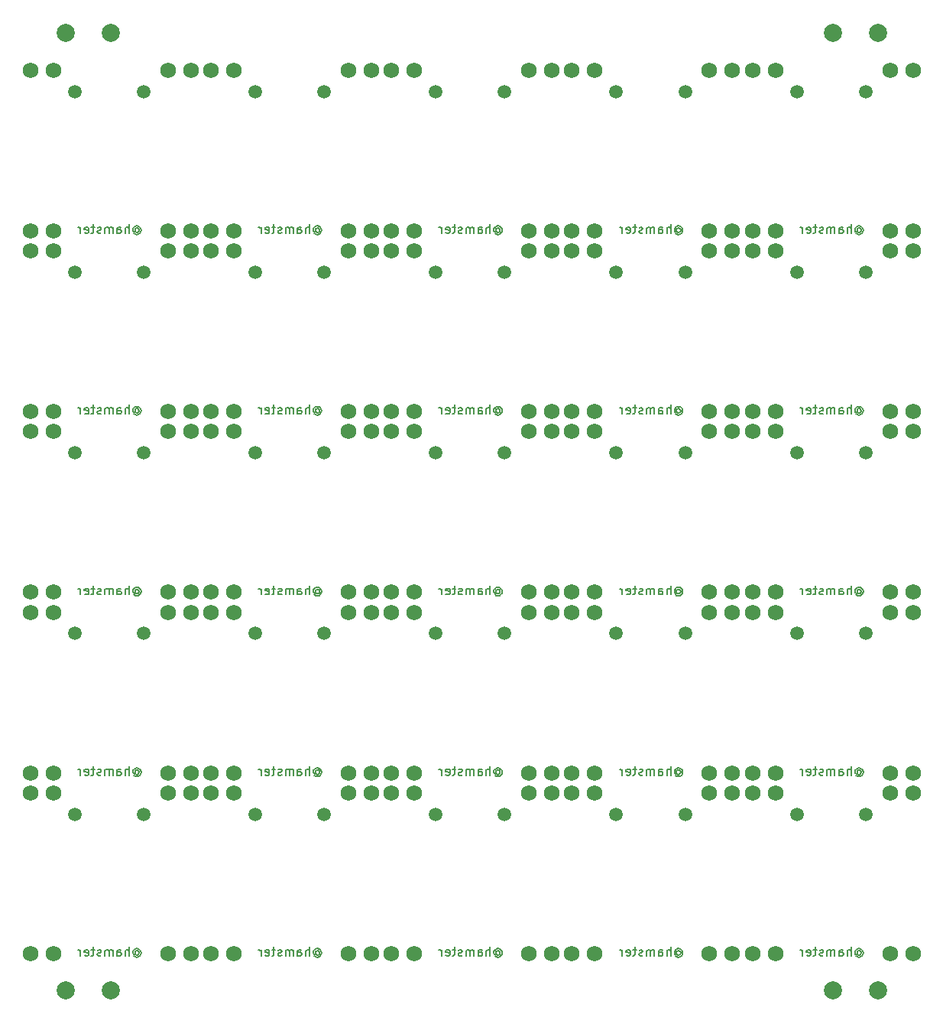
<source format=gbr>
%TF.GenerationSoftware,KiCad,Pcbnew,7.0.7*%
%TF.CreationDate,2023-09-01T19:11:28-06:00*%
%TF.ProjectId,chc-panel-1.0,6368632d-7061-46e6-956c-2d312e302e6b,1.0*%
%TF.SameCoordinates,PX558b6a0PY92dda80*%
%TF.FileFunction,Soldermask,Bot*%
%TF.FilePolarity,Negative*%
%FSLAX46Y46*%
G04 Gerber Fmt 4.6, Leading zero omitted, Abs format (unit mm)*
G04 Created by KiCad (PCBNEW 7.0.7) date 2023-09-01 19:11:28*
%MOMM*%
%LPD*%
G01*
G04 APERTURE LIST*
%ADD10C,0.200000*%
%ADD11C,2.000000*%
%ADD12C,1.500000*%
%ADD13C,1.750000*%
G04 APERTURE END LIST*
D10*
X92716279Y48323972D02*
X92763898Y48371591D01*
X92763898Y48371591D02*
X92859136Y48419210D01*
X92859136Y48419210D02*
X92954374Y48419210D01*
X92954374Y48419210D02*
X93049612Y48371591D01*
X93049612Y48371591D02*
X93097231Y48323972D01*
X93097231Y48323972D02*
X93144850Y48228734D01*
X93144850Y48228734D02*
X93144850Y48133496D01*
X93144850Y48133496D02*
X93097231Y48038258D01*
X93097231Y48038258D02*
X93049612Y47990639D01*
X93049612Y47990639D02*
X92954374Y47943020D01*
X92954374Y47943020D02*
X92859136Y47943020D01*
X92859136Y47943020D02*
X92763898Y47990639D01*
X92763898Y47990639D02*
X92716279Y48038258D01*
X92716279Y48419210D02*
X92716279Y48038258D01*
X92716279Y48038258D02*
X92668660Y47990639D01*
X92668660Y47990639D02*
X92621041Y47990639D01*
X92621041Y47990639D02*
X92525802Y48038258D01*
X92525802Y48038258D02*
X92478183Y48133496D01*
X92478183Y48133496D02*
X92478183Y48371591D01*
X92478183Y48371591D02*
X92573422Y48514448D01*
X92573422Y48514448D02*
X92716279Y48609686D01*
X92716279Y48609686D02*
X92906755Y48657305D01*
X92906755Y48657305D02*
X93097231Y48609686D01*
X93097231Y48609686D02*
X93240088Y48514448D01*
X93240088Y48514448D02*
X93335326Y48371591D01*
X93335326Y48371591D02*
X93382945Y48181115D01*
X93382945Y48181115D02*
X93335326Y47990639D01*
X93335326Y47990639D02*
X93240088Y47847781D01*
X93240088Y47847781D02*
X93097231Y47752543D01*
X93097231Y47752543D02*
X92906755Y47704924D01*
X92906755Y47704924D02*
X92716279Y47752543D01*
X92716279Y47752543D02*
X92573422Y47847781D01*
X92049612Y47847781D02*
X92049612Y48847781D01*
X91621041Y47847781D02*
X91621041Y48371591D01*
X91621041Y48371591D02*
X91668660Y48466829D01*
X91668660Y48466829D02*
X91763898Y48514448D01*
X91763898Y48514448D02*
X91906755Y48514448D01*
X91906755Y48514448D02*
X92001993Y48466829D01*
X92001993Y48466829D02*
X92049612Y48419210D01*
X90716279Y47847781D02*
X90716279Y48371591D01*
X90716279Y48371591D02*
X90763898Y48466829D01*
X90763898Y48466829D02*
X90859136Y48514448D01*
X90859136Y48514448D02*
X91049612Y48514448D01*
X91049612Y48514448D02*
X91144850Y48466829D01*
X90716279Y47895400D02*
X90811517Y47847781D01*
X90811517Y47847781D02*
X91049612Y47847781D01*
X91049612Y47847781D02*
X91144850Y47895400D01*
X91144850Y47895400D02*
X91192469Y47990639D01*
X91192469Y47990639D02*
X91192469Y48085877D01*
X91192469Y48085877D02*
X91144850Y48181115D01*
X91144850Y48181115D02*
X91049612Y48228734D01*
X91049612Y48228734D02*
X90811517Y48228734D01*
X90811517Y48228734D02*
X90716279Y48276353D01*
X90240088Y47847781D02*
X90240088Y48514448D01*
X90240088Y48419210D02*
X90192469Y48466829D01*
X90192469Y48466829D02*
X90097231Y48514448D01*
X90097231Y48514448D02*
X89954374Y48514448D01*
X89954374Y48514448D02*
X89859136Y48466829D01*
X89859136Y48466829D02*
X89811517Y48371591D01*
X89811517Y48371591D02*
X89811517Y47847781D01*
X89811517Y48371591D02*
X89763898Y48466829D01*
X89763898Y48466829D02*
X89668660Y48514448D01*
X89668660Y48514448D02*
X89525803Y48514448D01*
X89525803Y48514448D02*
X89430564Y48466829D01*
X89430564Y48466829D02*
X89382945Y48371591D01*
X89382945Y48371591D02*
X89382945Y47847781D01*
X88954374Y47895400D02*
X88859136Y47847781D01*
X88859136Y47847781D02*
X88668660Y47847781D01*
X88668660Y47847781D02*
X88573422Y47895400D01*
X88573422Y47895400D02*
X88525803Y47990639D01*
X88525803Y47990639D02*
X88525803Y48038258D01*
X88525803Y48038258D02*
X88573422Y48133496D01*
X88573422Y48133496D02*
X88668660Y48181115D01*
X88668660Y48181115D02*
X88811517Y48181115D01*
X88811517Y48181115D02*
X88906755Y48228734D01*
X88906755Y48228734D02*
X88954374Y48323972D01*
X88954374Y48323972D02*
X88954374Y48371591D01*
X88954374Y48371591D02*
X88906755Y48466829D01*
X88906755Y48466829D02*
X88811517Y48514448D01*
X88811517Y48514448D02*
X88668660Y48514448D01*
X88668660Y48514448D02*
X88573422Y48466829D01*
X88240088Y48514448D02*
X87859136Y48514448D01*
X88097231Y48847781D02*
X88097231Y47990639D01*
X88097231Y47990639D02*
X88049612Y47895400D01*
X88049612Y47895400D02*
X87954374Y47847781D01*
X87954374Y47847781D02*
X87859136Y47847781D01*
X87144850Y47895400D02*
X87240088Y47847781D01*
X87240088Y47847781D02*
X87430564Y47847781D01*
X87430564Y47847781D02*
X87525802Y47895400D01*
X87525802Y47895400D02*
X87573421Y47990639D01*
X87573421Y47990639D02*
X87573421Y48371591D01*
X87573421Y48371591D02*
X87525802Y48466829D01*
X87525802Y48466829D02*
X87430564Y48514448D01*
X87430564Y48514448D02*
X87240088Y48514448D01*
X87240088Y48514448D02*
X87144850Y48466829D01*
X87144850Y48466829D02*
X87097231Y48371591D01*
X87097231Y48371591D02*
X87097231Y48276353D01*
X87097231Y48276353D02*
X87573421Y48181115D01*
X86668659Y47847781D02*
X86668659Y48514448D01*
X86668659Y48323972D02*
X86621040Y48419210D01*
X86621040Y48419210D02*
X86573421Y48466829D01*
X86573421Y48466829D02*
X86478183Y48514448D01*
X86478183Y48514448D02*
X86382945Y48514448D01*
X12716279Y28323972D02*
X12763898Y28371591D01*
X12763898Y28371591D02*
X12859136Y28419210D01*
X12859136Y28419210D02*
X12954374Y28419210D01*
X12954374Y28419210D02*
X13049612Y28371591D01*
X13049612Y28371591D02*
X13097231Y28323972D01*
X13097231Y28323972D02*
X13144850Y28228734D01*
X13144850Y28228734D02*
X13144850Y28133496D01*
X13144850Y28133496D02*
X13097231Y28038258D01*
X13097231Y28038258D02*
X13049612Y27990639D01*
X13049612Y27990639D02*
X12954374Y27943020D01*
X12954374Y27943020D02*
X12859136Y27943020D01*
X12859136Y27943020D02*
X12763898Y27990639D01*
X12763898Y27990639D02*
X12716279Y28038258D01*
X12716279Y28419210D02*
X12716279Y28038258D01*
X12716279Y28038258D02*
X12668660Y27990639D01*
X12668660Y27990639D02*
X12621041Y27990639D01*
X12621041Y27990639D02*
X12525802Y28038258D01*
X12525802Y28038258D02*
X12478183Y28133496D01*
X12478183Y28133496D02*
X12478183Y28371591D01*
X12478183Y28371591D02*
X12573422Y28514448D01*
X12573422Y28514448D02*
X12716279Y28609686D01*
X12716279Y28609686D02*
X12906755Y28657305D01*
X12906755Y28657305D02*
X13097231Y28609686D01*
X13097231Y28609686D02*
X13240088Y28514448D01*
X13240088Y28514448D02*
X13335326Y28371591D01*
X13335326Y28371591D02*
X13382945Y28181115D01*
X13382945Y28181115D02*
X13335326Y27990639D01*
X13335326Y27990639D02*
X13240088Y27847781D01*
X13240088Y27847781D02*
X13097231Y27752543D01*
X13097231Y27752543D02*
X12906755Y27704924D01*
X12906755Y27704924D02*
X12716279Y27752543D01*
X12716279Y27752543D02*
X12573422Y27847781D01*
X12049612Y27847781D02*
X12049612Y28847781D01*
X11621041Y27847781D02*
X11621041Y28371591D01*
X11621041Y28371591D02*
X11668660Y28466829D01*
X11668660Y28466829D02*
X11763898Y28514448D01*
X11763898Y28514448D02*
X11906755Y28514448D01*
X11906755Y28514448D02*
X12001993Y28466829D01*
X12001993Y28466829D02*
X12049612Y28419210D01*
X10716279Y27847781D02*
X10716279Y28371591D01*
X10716279Y28371591D02*
X10763898Y28466829D01*
X10763898Y28466829D02*
X10859136Y28514448D01*
X10859136Y28514448D02*
X11049612Y28514448D01*
X11049612Y28514448D02*
X11144850Y28466829D01*
X10716279Y27895400D02*
X10811517Y27847781D01*
X10811517Y27847781D02*
X11049612Y27847781D01*
X11049612Y27847781D02*
X11144850Y27895400D01*
X11144850Y27895400D02*
X11192469Y27990639D01*
X11192469Y27990639D02*
X11192469Y28085877D01*
X11192469Y28085877D02*
X11144850Y28181115D01*
X11144850Y28181115D02*
X11049612Y28228734D01*
X11049612Y28228734D02*
X10811517Y28228734D01*
X10811517Y28228734D02*
X10716279Y28276353D01*
X10240088Y27847781D02*
X10240088Y28514448D01*
X10240088Y28419210D02*
X10192469Y28466829D01*
X10192469Y28466829D02*
X10097231Y28514448D01*
X10097231Y28514448D02*
X9954374Y28514448D01*
X9954374Y28514448D02*
X9859136Y28466829D01*
X9859136Y28466829D02*
X9811517Y28371591D01*
X9811517Y28371591D02*
X9811517Y27847781D01*
X9811517Y28371591D02*
X9763898Y28466829D01*
X9763898Y28466829D02*
X9668660Y28514448D01*
X9668660Y28514448D02*
X9525803Y28514448D01*
X9525803Y28514448D02*
X9430564Y28466829D01*
X9430564Y28466829D02*
X9382945Y28371591D01*
X9382945Y28371591D02*
X9382945Y27847781D01*
X8954374Y27895400D02*
X8859136Y27847781D01*
X8859136Y27847781D02*
X8668660Y27847781D01*
X8668660Y27847781D02*
X8573422Y27895400D01*
X8573422Y27895400D02*
X8525803Y27990639D01*
X8525803Y27990639D02*
X8525803Y28038258D01*
X8525803Y28038258D02*
X8573422Y28133496D01*
X8573422Y28133496D02*
X8668660Y28181115D01*
X8668660Y28181115D02*
X8811517Y28181115D01*
X8811517Y28181115D02*
X8906755Y28228734D01*
X8906755Y28228734D02*
X8954374Y28323972D01*
X8954374Y28323972D02*
X8954374Y28371591D01*
X8954374Y28371591D02*
X8906755Y28466829D01*
X8906755Y28466829D02*
X8811517Y28514448D01*
X8811517Y28514448D02*
X8668660Y28514448D01*
X8668660Y28514448D02*
X8573422Y28466829D01*
X8240088Y28514448D02*
X7859136Y28514448D01*
X8097231Y28847781D02*
X8097231Y27990639D01*
X8097231Y27990639D02*
X8049612Y27895400D01*
X8049612Y27895400D02*
X7954374Y27847781D01*
X7954374Y27847781D02*
X7859136Y27847781D01*
X7144850Y27895400D02*
X7240088Y27847781D01*
X7240088Y27847781D02*
X7430564Y27847781D01*
X7430564Y27847781D02*
X7525802Y27895400D01*
X7525802Y27895400D02*
X7573421Y27990639D01*
X7573421Y27990639D02*
X7573421Y28371591D01*
X7573421Y28371591D02*
X7525802Y28466829D01*
X7525802Y28466829D02*
X7430564Y28514448D01*
X7430564Y28514448D02*
X7240088Y28514448D01*
X7240088Y28514448D02*
X7144850Y28466829D01*
X7144850Y28466829D02*
X7097231Y28371591D01*
X7097231Y28371591D02*
X7097231Y28276353D01*
X7097231Y28276353D02*
X7573421Y28181115D01*
X6668659Y27847781D02*
X6668659Y28514448D01*
X6668659Y28323972D02*
X6621040Y28419210D01*
X6621040Y28419210D02*
X6573421Y28466829D01*
X6573421Y28466829D02*
X6478183Y28514448D01*
X6478183Y28514448D02*
X6382945Y28514448D01*
X52716279Y48323972D02*
X52763898Y48371591D01*
X52763898Y48371591D02*
X52859136Y48419210D01*
X52859136Y48419210D02*
X52954374Y48419210D01*
X52954374Y48419210D02*
X53049612Y48371591D01*
X53049612Y48371591D02*
X53097231Y48323972D01*
X53097231Y48323972D02*
X53144850Y48228734D01*
X53144850Y48228734D02*
X53144850Y48133496D01*
X53144850Y48133496D02*
X53097231Y48038258D01*
X53097231Y48038258D02*
X53049612Y47990639D01*
X53049612Y47990639D02*
X52954374Y47943020D01*
X52954374Y47943020D02*
X52859136Y47943020D01*
X52859136Y47943020D02*
X52763898Y47990639D01*
X52763898Y47990639D02*
X52716279Y48038258D01*
X52716279Y48419210D02*
X52716279Y48038258D01*
X52716279Y48038258D02*
X52668660Y47990639D01*
X52668660Y47990639D02*
X52621041Y47990639D01*
X52621041Y47990639D02*
X52525802Y48038258D01*
X52525802Y48038258D02*
X52478183Y48133496D01*
X52478183Y48133496D02*
X52478183Y48371591D01*
X52478183Y48371591D02*
X52573422Y48514448D01*
X52573422Y48514448D02*
X52716279Y48609686D01*
X52716279Y48609686D02*
X52906755Y48657305D01*
X52906755Y48657305D02*
X53097231Y48609686D01*
X53097231Y48609686D02*
X53240088Y48514448D01*
X53240088Y48514448D02*
X53335326Y48371591D01*
X53335326Y48371591D02*
X53382945Y48181115D01*
X53382945Y48181115D02*
X53335326Y47990639D01*
X53335326Y47990639D02*
X53240088Y47847781D01*
X53240088Y47847781D02*
X53097231Y47752543D01*
X53097231Y47752543D02*
X52906755Y47704924D01*
X52906755Y47704924D02*
X52716279Y47752543D01*
X52716279Y47752543D02*
X52573422Y47847781D01*
X52049612Y47847781D02*
X52049612Y48847781D01*
X51621041Y47847781D02*
X51621041Y48371591D01*
X51621041Y48371591D02*
X51668660Y48466829D01*
X51668660Y48466829D02*
X51763898Y48514448D01*
X51763898Y48514448D02*
X51906755Y48514448D01*
X51906755Y48514448D02*
X52001993Y48466829D01*
X52001993Y48466829D02*
X52049612Y48419210D01*
X50716279Y47847781D02*
X50716279Y48371591D01*
X50716279Y48371591D02*
X50763898Y48466829D01*
X50763898Y48466829D02*
X50859136Y48514448D01*
X50859136Y48514448D02*
X51049612Y48514448D01*
X51049612Y48514448D02*
X51144850Y48466829D01*
X50716279Y47895400D02*
X50811517Y47847781D01*
X50811517Y47847781D02*
X51049612Y47847781D01*
X51049612Y47847781D02*
X51144850Y47895400D01*
X51144850Y47895400D02*
X51192469Y47990639D01*
X51192469Y47990639D02*
X51192469Y48085877D01*
X51192469Y48085877D02*
X51144850Y48181115D01*
X51144850Y48181115D02*
X51049612Y48228734D01*
X51049612Y48228734D02*
X50811517Y48228734D01*
X50811517Y48228734D02*
X50716279Y48276353D01*
X50240088Y47847781D02*
X50240088Y48514448D01*
X50240088Y48419210D02*
X50192469Y48466829D01*
X50192469Y48466829D02*
X50097231Y48514448D01*
X50097231Y48514448D02*
X49954374Y48514448D01*
X49954374Y48514448D02*
X49859136Y48466829D01*
X49859136Y48466829D02*
X49811517Y48371591D01*
X49811517Y48371591D02*
X49811517Y47847781D01*
X49811517Y48371591D02*
X49763898Y48466829D01*
X49763898Y48466829D02*
X49668660Y48514448D01*
X49668660Y48514448D02*
X49525803Y48514448D01*
X49525803Y48514448D02*
X49430564Y48466829D01*
X49430564Y48466829D02*
X49382945Y48371591D01*
X49382945Y48371591D02*
X49382945Y47847781D01*
X48954374Y47895400D02*
X48859136Y47847781D01*
X48859136Y47847781D02*
X48668660Y47847781D01*
X48668660Y47847781D02*
X48573422Y47895400D01*
X48573422Y47895400D02*
X48525803Y47990639D01*
X48525803Y47990639D02*
X48525803Y48038258D01*
X48525803Y48038258D02*
X48573422Y48133496D01*
X48573422Y48133496D02*
X48668660Y48181115D01*
X48668660Y48181115D02*
X48811517Y48181115D01*
X48811517Y48181115D02*
X48906755Y48228734D01*
X48906755Y48228734D02*
X48954374Y48323972D01*
X48954374Y48323972D02*
X48954374Y48371591D01*
X48954374Y48371591D02*
X48906755Y48466829D01*
X48906755Y48466829D02*
X48811517Y48514448D01*
X48811517Y48514448D02*
X48668660Y48514448D01*
X48668660Y48514448D02*
X48573422Y48466829D01*
X48240088Y48514448D02*
X47859136Y48514448D01*
X48097231Y48847781D02*
X48097231Y47990639D01*
X48097231Y47990639D02*
X48049612Y47895400D01*
X48049612Y47895400D02*
X47954374Y47847781D01*
X47954374Y47847781D02*
X47859136Y47847781D01*
X47144850Y47895400D02*
X47240088Y47847781D01*
X47240088Y47847781D02*
X47430564Y47847781D01*
X47430564Y47847781D02*
X47525802Y47895400D01*
X47525802Y47895400D02*
X47573421Y47990639D01*
X47573421Y47990639D02*
X47573421Y48371591D01*
X47573421Y48371591D02*
X47525802Y48466829D01*
X47525802Y48466829D02*
X47430564Y48514448D01*
X47430564Y48514448D02*
X47240088Y48514448D01*
X47240088Y48514448D02*
X47144850Y48466829D01*
X47144850Y48466829D02*
X47097231Y48371591D01*
X47097231Y48371591D02*
X47097231Y48276353D01*
X47097231Y48276353D02*
X47573421Y48181115D01*
X46668659Y47847781D02*
X46668659Y48514448D01*
X46668659Y48323972D02*
X46621040Y48419210D01*
X46621040Y48419210D02*
X46573421Y48466829D01*
X46573421Y48466829D02*
X46478183Y48514448D01*
X46478183Y48514448D02*
X46382945Y48514448D01*
X72716279Y48323972D02*
X72763898Y48371591D01*
X72763898Y48371591D02*
X72859136Y48419210D01*
X72859136Y48419210D02*
X72954374Y48419210D01*
X72954374Y48419210D02*
X73049612Y48371591D01*
X73049612Y48371591D02*
X73097231Y48323972D01*
X73097231Y48323972D02*
X73144850Y48228734D01*
X73144850Y48228734D02*
X73144850Y48133496D01*
X73144850Y48133496D02*
X73097231Y48038258D01*
X73097231Y48038258D02*
X73049612Y47990639D01*
X73049612Y47990639D02*
X72954374Y47943020D01*
X72954374Y47943020D02*
X72859136Y47943020D01*
X72859136Y47943020D02*
X72763898Y47990639D01*
X72763898Y47990639D02*
X72716279Y48038258D01*
X72716279Y48419210D02*
X72716279Y48038258D01*
X72716279Y48038258D02*
X72668660Y47990639D01*
X72668660Y47990639D02*
X72621041Y47990639D01*
X72621041Y47990639D02*
X72525802Y48038258D01*
X72525802Y48038258D02*
X72478183Y48133496D01*
X72478183Y48133496D02*
X72478183Y48371591D01*
X72478183Y48371591D02*
X72573422Y48514448D01*
X72573422Y48514448D02*
X72716279Y48609686D01*
X72716279Y48609686D02*
X72906755Y48657305D01*
X72906755Y48657305D02*
X73097231Y48609686D01*
X73097231Y48609686D02*
X73240088Y48514448D01*
X73240088Y48514448D02*
X73335326Y48371591D01*
X73335326Y48371591D02*
X73382945Y48181115D01*
X73382945Y48181115D02*
X73335326Y47990639D01*
X73335326Y47990639D02*
X73240088Y47847781D01*
X73240088Y47847781D02*
X73097231Y47752543D01*
X73097231Y47752543D02*
X72906755Y47704924D01*
X72906755Y47704924D02*
X72716279Y47752543D01*
X72716279Y47752543D02*
X72573422Y47847781D01*
X72049612Y47847781D02*
X72049612Y48847781D01*
X71621041Y47847781D02*
X71621041Y48371591D01*
X71621041Y48371591D02*
X71668660Y48466829D01*
X71668660Y48466829D02*
X71763898Y48514448D01*
X71763898Y48514448D02*
X71906755Y48514448D01*
X71906755Y48514448D02*
X72001993Y48466829D01*
X72001993Y48466829D02*
X72049612Y48419210D01*
X70716279Y47847781D02*
X70716279Y48371591D01*
X70716279Y48371591D02*
X70763898Y48466829D01*
X70763898Y48466829D02*
X70859136Y48514448D01*
X70859136Y48514448D02*
X71049612Y48514448D01*
X71049612Y48514448D02*
X71144850Y48466829D01*
X70716279Y47895400D02*
X70811517Y47847781D01*
X70811517Y47847781D02*
X71049612Y47847781D01*
X71049612Y47847781D02*
X71144850Y47895400D01*
X71144850Y47895400D02*
X71192469Y47990639D01*
X71192469Y47990639D02*
X71192469Y48085877D01*
X71192469Y48085877D02*
X71144850Y48181115D01*
X71144850Y48181115D02*
X71049612Y48228734D01*
X71049612Y48228734D02*
X70811517Y48228734D01*
X70811517Y48228734D02*
X70716279Y48276353D01*
X70240088Y47847781D02*
X70240088Y48514448D01*
X70240088Y48419210D02*
X70192469Y48466829D01*
X70192469Y48466829D02*
X70097231Y48514448D01*
X70097231Y48514448D02*
X69954374Y48514448D01*
X69954374Y48514448D02*
X69859136Y48466829D01*
X69859136Y48466829D02*
X69811517Y48371591D01*
X69811517Y48371591D02*
X69811517Y47847781D01*
X69811517Y48371591D02*
X69763898Y48466829D01*
X69763898Y48466829D02*
X69668660Y48514448D01*
X69668660Y48514448D02*
X69525803Y48514448D01*
X69525803Y48514448D02*
X69430564Y48466829D01*
X69430564Y48466829D02*
X69382945Y48371591D01*
X69382945Y48371591D02*
X69382945Y47847781D01*
X68954374Y47895400D02*
X68859136Y47847781D01*
X68859136Y47847781D02*
X68668660Y47847781D01*
X68668660Y47847781D02*
X68573422Y47895400D01*
X68573422Y47895400D02*
X68525803Y47990639D01*
X68525803Y47990639D02*
X68525803Y48038258D01*
X68525803Y48038258D02*
X68573422Y48133496D01*
X68573422Y48133496D02*
X68668660Y48181115D01*
X68668660Y48181115D02*
X68811517Y48181115D01*
X68811517Y48181115D02*
X68906755Y48228734D01*
X68906755Y48228734D02*
X68954374Y48323972D01*
X68954374Y48323972D02*
X68954374Y48371591D01*
X68954374Y48371591D02*
X68906755Y48466829D01*
X68906755Y48466829D02*
X68811517Y48514448D01*
X68811517Y48514448D02*
X68668660Y48514448D01*
X68668660Y48514448D02*
X68573422Y48466829D01*
X68240088Y48514448D02*
X67859136Y48514448D01*
X68097231Y48847781D02*
X68097231Y47990639D01*
X68097231Y47990639D02*
X68049612Y47895400D01*
X68049612Y47895400D02*
X67954374Y47847781D01*
X67954374Y47847781D02*
X67859136Y47847781D01*
X67144850Y47895400D02*
X67240088Y47847781D01*
X67240088Y47847781D02*
X67430564Y47847781D01*
X67430564Y47847781D02*
X67525802Y47895400D01*
X67525802Y47895400D02*
X67573421Y47990639D01*
X67573421Y47990639D02*
X67573421Y48371591D01*
X67573421Y48371591D02*
X67525802Y48466829D01*
X67525802Y48466829D02*
X67430564Y48514448D01*
X67430564Y48514448D02*
X67240088Y48514448D01*
X67240088Y48514448D02*
X67144850Y48466829D01*
X67144850Y48466829D02*
X67097231Y48371591D01*
X67097231Y48371591D02*
X67097231Y48276353D01*
X67097231Y48276353D02*
X67573421Y48181115D01*
X66668659Y47847781D02*
X66668659Y48514448D01*
X66668659Y48323972D02*
X66621040Y48419210D01*
X66621040Y48419210D02*
X66573421Y48466829D01*
X66573421Y48466829D02*
X66478183Y48514448D01*
X66478183Y48514448D02*
X66382945Y48514448D01*
X52716279Y8323972D02*
X52763898Y8371591D01*
X52763898Y8371591D02*
X52859136Y8419210D01*
X52859136Y8419210D02*
X52954374Y8419210D01*
X52954374Y8419210D02*
X53049612Y8371591D01*
X53049612Y8371591D02*
X53097231Y8323972D01*
X53097231Y8323972D02*
X53144850Y8228734D01*
X53144850Y8228734D02*
X53144850Y8133496D01*
X53144850Y8133496D02*
X53097231Y8038258D01*
X53097231Y8038258D02*
X53049612Y7990639D01*
X53049612Y7990639D02*
X52954374Y7943020D01*
X52954374Y7943020D02*
X52859136Y7943020D01*
X52859136Y7943020D02*
X52763898Y7990639D01*
X52763898Y7990639D02*
X52716279Y8038258D01*
X52716279Y8419210D02*
X52716279Y8038258D01*
X52716279Y8038258D02*
X52668660Y7990639D01*
X52668660Y7990639D02*
X52621041Y7990639D01*
X52621041Y7990639D02*
X52525802Y8038258D01*
X52525802Y8038258D02*
X52478183Y8133496D01*
X52478183Y8133496D02*
X52478183Y8371591D01*
X52478183Y8371591D02*
X52573422Y8514448D01*
X52573422Y8514448D02*
X52716279Y8609686D01*
X52716279Y8609686D02*
X52906755Y8657305D01*
X52906755Y8657305D02*
X53097231Y8609686D01*
X53097231Y8609686D02*
X53240088Y8514448D01*
X53240088Y8514448D02*
X53335326Y8371591D01*
X53335326Y8371591D02*
X53382945Y8181115D01*
X53382945Y8181115D02*
X53335326Y7990639D01*
X53335326Y7990639D02*
X53240088Y7847781D01*
X53240088Y7847781D02*
X53097231Y7752543D01*
X53097231Y7752543D02*
X52906755Y7704924D01*
X52906755Y7704924D02*
X52716279Y7752543D01*
X52716279Y7752543D02*
X52573422Y7847781D01*
X52049612Y7847781D02*
X52049612Y8847781D01*
X51621041Y7847781D02*
X51621041Y8371591D01*
X51621041Y8371591D02*
X51668660Y8466829D01*
X51668660Y8466829D02*
X51763898Y8514448D01*
X51763898Y8514448D02*
X51906755Y8514448D01*
X51906755Y8514448D02*
X52001993Y8466829D01*
X52001993Y8466829D02*
X52049612Y8419210D01*
X50716279Y7847781D02*
X50716279Y8371591D01*
X50716279Y8371591D02*
X50763898Y8466829D01*
X50763898Y8466829D02*
X50859136Y8514448D01*
X50859136Y8514448D02*
X51049612Y8514448D01*
X51049612Y8514448D02*
X51144850Y8466829D01*
X50716279Y7895400D02*
X50811517Y7847781D01*
X50811517Y7847781D02*
X51049612Y7847781D01*
X51049612Y7847781D02*
X51144850Y7895400D01*
X51144850Y7895400D02*
X51192469Y7990639D01*
X51192469Y7990639D02*
X51192469Y8085877D01*
X51192469Y8085877D02*
X51144850Y8181115D01*
X51144850Y8181115D02*
X51049612Y8228734D01*
X51049612Y8228734D02*
X50811517Y8228734D01*
X50811517Y8228734D02*
X50716279Y8276353D01*
X50240088Y7847781D02*
X50240088Y8514448D01*
X50240088Y8419210D02*
X50192469Y8466829D01*
X50192469Y8466829D02*
X50097231Y8514448D01*
X50097231Y8514448D02*
X49954374Y8514448D01*
X49954374Y8514448D02*
X49859136Y8466829D01*
X49859136Y8466829D02*
X49811517Y8371591D01*
X49811517Y8371591D02*
X49811517Y7847781D01*
X49811517Y8371591D02*
X49763898Y8466829D01*
X49763898Y8466829D02*
X49668660Y8514448D01*
X49668660Y8514448D02*
X49525803Y8514448D01*
X49525803Y8514448D02*
X49430564Y8466829D01*
X49430564Y8466829D02*
X49382945Y8371591D01*
X49382945Y8371591D02*
X49382945Y7847781D01*
X48954374Y7895400D02*
X48859136Y7847781D01*
X48859136Y7847781D02*
X48668660Y7847781D01*
X48668660Y7847781D02*
X48573422Y7895400D01*
X48573422Y7895400D02*
X48525803Y7990639D01*
X48525803Y7990639D02*
X48525803Y8038258D01*
X48525803Y8038258D02*
X48573422Y8133496D01*
X48573422Y8133496D02*
X48668660Y8181115D01*
X48668660Y8181115D02*
X48811517Y8181115D01*
X48811517Y8181115D02*
X48906755Y8228734D01*
X48906755Y8228734D02*
X48954374Y8323972D01*
X48954374Y8323972D02*
X48954374Y8371591D01*
X48954374Y8371591D02*
X48906755Y8466829D01*
X48906755Y8466829D02*
X48811517Y8514448D01*
X48811517Y8514448D02*
X48668660Y8514448D01*
X48668660Y8514448D02*
X48573422Y8466829D01*
X48240088Y8514448D02*
X47859136Y8514448D01*
X48097231Y8847781D02*
X48097231Y7990639D01*
X48097231Y7990639D02*
X48049612Y7895400D01*
X48049612Y7895400D02*
X47954374Y7847781D01*
X47954374Y7847781D02*
X47859136Y7847781D01*
X47144850Y7895400D02*
X47240088Y7847781D01*
X47240088Y7847781D02*
X47430564Y7847781D01*
X47430564Y7847781D02*
X47525802Y7895400D01*
X47525802Y7895400D02*
X47573421Y7990639D01*
X47573421Y7990639D02*
X47573421Y8371591D01*
X47573421Y8371591D02*
X47525802Y8466829D01*
X47525802Y8466829D02*
X47430564Y8514448D01*
X47430564Y8514448D02*
X47240088Y8514448D01*
X47240088Y8514448D02*
X47144850Y8466829D01*
X47144850Y8466829D02*
X47097231Y8371591D01*
X47097231Y8371591D02*
X47097231Y8276353D01*
X47097231Y8276353D02*
X47573421Y8181115D01*
X46668659Y7847781D02*
X46668659Y8514448D01*
X46668659Y8323972D02*
X46621040Y8419210D01*
X46621040Y8419210D02*
X46573421Y8466829D01*
X46573421Y8466829D02*
X46478183Y8514448D01*
X46478183Y8514448D02*
X46382945Y8514448D01*
X12716279Y88323972D02*
X12763898Y88371591D01*
X12763898Y88371591D02*
X12859136Y88419210D01*
X12859136Y88419210D02*
X12954374Y88419210D01*
X12954374Y88419210D02*
X13049612Y88371591D01*
X13049612Y88371591D02*
X13097231Y88323972D01*
X13097231Y88323972D02*
X13144850Y88228734D01*
X13144850Y88228734D02*
X13144850Y88133496D01*
X13144850Y88133496D02*
X13097231Y88038258D01*
X13097231Y88038258D02*
X13049612Y87990639D01*
X13049612Y87990639D02*
X12954374Y87943020D01*
X12954374Y87943020D02*
X12859136Y87943020D01*
X12859136Y87943020D02*
X12763898Y87990639D01*
X12763898Y87990639D02*
X12716279Y88038258D01*
X12716279Y88419210D02*
X12716279Y88038258D01*
X12716279Y88038258D02*
X12668660Y87990639D01*
X12668660Y87990639D02*
X12621041Y87990639D01*
X12621041Y87990639D02*
X12525802Y88038258D01*
X12525802Y88038258D02*
X12478183Y88133496D01*
X12478183Y88133496D02*
X12478183Y88371591D01*
X12478183Y88371591D02*
X12573422Y88514448D01*
X12573422Y88514448D02*
X12716279Y88609686D01*
X12716279Y88609686D02*
X12906755Y88657305D01*
X12906755Y88657305D02*
X13097231Y88609686D01*
X13097231Y88609686D02*
X13240088Y88514448D01*
X13240088Y88514448D02*
X13335326Y88371591D01*
X13335326Y88371591D02*
X13382945Y88181115D01*
X13382945Y88181115D02*
X13335326Y87990639D01*
X13335326Y87990639D02*
X13240088Y87847781D01*
X13240088Y87847781D02*
X13097231Y87752543D01*
X13097231Y87752543D02*
X12906755Y87704924D01*
X12906755Y87704924D02*
X12716279Y87752543D01*
X12716279Y87752543D02*
X12573422Y87847781D01*
X12049612Y87847781D02*
X12049612Y88847781D01*
X11621041Y87847781D02*
X11621041Y88371591D01*
X11621041Y88371591D02*
X11668660Y88466829D01*
X11668660Y88466829D02*
X11763898Y88514448D01*
X11763898Y88514448D02*
X11906755Y88514448D01*
X11906755Y88514448D02*
X12001993Y88466829D01*
X12001993Y88466829D02*
X12049612Y88419210D01*
X10716279Y87847781D02*
X10716279Y88371591D01*
X10716279Y88371591D02*
X10763898Y88466829D01*
X10763898Y88466829D02*
X10859136Y88514448D01*
X10859136Y88514448D02*
X11049612Y88514448D01*
X11049612Y88514448D02*
X11144850Y88466829D01*
X10716279Y87895400D02*
X10811517Y87847781D01*
X10811517Y87847781D02*
X11049612Y87847781D01*
X11049612Y87847781D02*
X11144850Y87895400D01*
X11144850Y87895400D02*
X11192469Y87990639D01*
X11192469Y87990639D02*
X11192469Y88085877D01*
X11192469Y88085877D02*
X11144850Y88181115D01*
X11144850Y88181115D02*
X11049612Y88228734D01*
X11049612Y88228734D02*
X10811517Y88228734D01*
X10811517Y88228734D02*
X10716279Y88276353D01*
X10240088Y87847781D02*
X10240088Y88514448D01*
X10240088Y88419210D02*
X10192469Y88466829D01*
X10192469Y88466829D02*
X10097231Y88514448D01*
X10097231Y88514448D02*
X9954374Y88514448D01*
X9954374Y88514448D02*
X9859136Y88466829D01*
X9859136Y88466829D02*
X9811517Y88371591D01*
X9811517Y88371591D02*
X9811517Y87847781D01*
X9811517Y88371591D02*
X9763898Y88466829D01*
X9763898Y88466829D02*
X9668660Y88514448D01*
X9668660Y88514448D02*
X9525803Y88514448D01*
X9525803Y88514448D02*
X9430564Y88466829D01*
X9430564Y88466829D02*
X9382945Y88371591D01*
X9382945Y88371591D02*
X9382945Y87847781D01*
X8954374Y87895400D02*
X8859136Y87847781D01*
X8859136Y87847781D02*
X8668660Y87847781D01*
X8668660Y87847781D02*
X8573422Y87895400D01*
X8573422Y87895400D02*
X8525803Y87990639D01*
X8525803Y87990639D02*
X8525803Y88038258D01*
X8525803Y88038258D02*
X8573422Y88133496D01*
X8573422Y88133496D02*
X8668660Y88181115D01*
X8668660Y88181115D02*
X8811517Y88181115D01*
X8811517Y88181115D02*
X8906755Y88228734D01*
X8906755Y88228734D02*
X8954374Y88323972D01*
X8954374Y88323972D02*
X8954374Y88371591D01*
X8954374Y88371591D02*
X8906755Y88466829D01*
X8906755Y88466829D02*
X8811517Y88514448D01*
X8811517Y88514448D02*
X8668660Y88514448D01*
X8668660Y88514448D02*
X8573422Y88466829D01*
X8240088Y88514448D02*
X7859136Y88514448D01*
X8097231Y88847781D02*
X8097231Y87990639D01*
X8097231Y87990639D02*
X8049612Y87895400D01*
X8049612Y87895400D02*
X7954374Y87847781D01*
X7954374Y87847781D02*
X7859136Y87847781D01*
X7144850Y87895400D02*
X7240088Y87847781D01*
X7240088Y87847781D02*
X7430564Y87847781D01*
X7430564Y87847781D02*
X7525802Y87895400D01*
X7525802Y87895400D02*
X7573421Y87990639D01*
X7573421Y87990639D02*
X7573421Y88371591D01*
X7573421Y88371591D02*
X7525802Y88466829D01*
X7525802Y88466829D02*
X7430564Y88514448D01*
X7430564Y88514448D02*
X7240088Y88514448D01*
X7240088Y88514448D02*
X7144850Y88466829D01*
X7144850Y88466829D02*
X7097231Y88371591D01*
X7097231Y88371591D02*
X7097231Y88276353D01*
X7097231Y88276353D02*
X7573421Y88181115D01*
X6668659Y87847781D02*
X6668659Y88514448D01*
X6668659Y88323972D02*
X6621040Y88419210D01*
X6621040Y88419210D02*
X6573421Y88466829D01*
X6573421Y88466829D02*
X6478183Y88514448D01*
X6478183Y88514448D02*
X6382945Y88514448D01*
X72716279Y88323972D02*
X72763898Y88371591D01*
X72763898Y88371591D02*
X72859136Y88419210D01*
X72859136Y88419210D02*
X72954374Y88419210D01*
X72954374Y88419210D02*
X73049612Y88371591D01*
X73049612Y88371591D02*
X73097231Y88323972D01*
X73097231Y88323972D02*
X73144850Y88228734D01*
X73144850Y88228734D02*
X73144850Y88133496D01*
X73144850Y88133496D02*
X73097231Y88038258D01*
X73097231Y88038258D02*
X73049612Y87990639D01*
X73049612Y87990639D02*
X72954374Y87943020D01*
X72954374Y87943020D02*
X72859136Y87943020D01*
X72859136Y87943020D02*
X72763898Y87990639D01*
X72763898Y87990639D02*
X72716279Y88038258D01*
X72716279Y88419210D02*
X72716279Y88038258D01*
X72716279Y88038258D02*
X72668660Y87990639D01*
X72668660Y87990639D02*
X72621041Y87990639D01*
X72621041Y87990639D02*
X72525802Y88038258D01*
X72525802Y88038258D02*
X72478183Y88133496D01*
X72478183Y88133496D02*
X72478183Y88371591D01*
X72478183Y88371591D02*
X72573422Y88514448D01*
X72573422Y88514448D02*
X72716279Y88609686D01*
X72716279Y88609686D02*
X72906755Y88657305D01*
X72906755Y88657305D02*
X73097231Y88609686D01*
X73097231Y88609686D02*
X73240088Y88514448D01*
X73240088Y88514448D02*
X73335326Y88371591D01*
X73335326Y88371591D02*
X73382945Y88181115D01*
X73382945Y88181115D02*
X73335326Y87990639D01*
X73335326Y87990639D02*
X73240088Y87847781D01*
X73240088Y87847781D02*
X73097231Y87752543D01*
X73097231Y87752543D02*
X72906755Y87704924D01*
X72906755Y87704924D02*
X72716279Y87752543D01*
X72716279Y87752543D02*
X72573422Y87847781D01*
X72049612Y87847781D02*
X72049612Y88847781D01*
X71621041Y87847781D02*
X71621041Y88371591D01*
X71621041Y88371591D02*
X71668660Y88466829D01*
X71668660Y88466829D02*
X71763898Y88514448D01*
X71763898Y88514448D02*
X71906755Y88514448D01*
X71906755Y88514448D02*
X72001993Y88466829D01*
X72001993Y88466829D02*
X72049612Y88419210D01*
X70716279Y87847781D02*
X70716279Y88371591D01*
X70716279Y88371591D02*
X70763898Y88466829D01*
X70763898Y88466829D02*
X70859136Y88514448D01*
X70859136Y88514448D02*
X71049612Y88514448D01*
X71049612Y88514448D02*
X71144850Y88466829D01*
X70716279Y87895400D02*
X70811517Y87847781D01*
X70811517Y87847781D02*
X71049612Y87847781D01*
X71049612Y87847781D02*
X71144850Y87895400D01*
X71144850Y87895400D02*
X71192469Y87990639D01*
X71192469Y87990639D02*
X71192469Y88085877D01*
X71192469Y88085877D02*
X71144850Y88181115D01*
X71144850Y88181115D02*
X71049612Y88228734D01*
X71049612Y88228734D02*
X70811517Y88228734D01*
X70811517Y88228734D02*
X70716279Y88276353D01*
X70240088Y87847781D02*
X70240088Y88514448D01*
X70240088Y88419210D02*
X70192469Y88466829D01*
X70192469Y88466829D02*
X70097231Y88514448D01*
X70097231Y88514448D02*
X69954374Y88514448D01*
X69954374Y88514448D02*
X69859136Y88466829D01*
X69859136Y88466829D02*
X69811517Y88371591D01*
X69811517Y88371591D02*
X69811517Y87847781D01*
X69811517Y88371591D02*
X69763898Y88466829D01*
X69763898Y88466829D02*
X69668660Y88514448D01*
X69668660Y88514448D02*
X69525803Y88514448D01*
X69525803Y88514448D02*
X69430564Y88466829D01*
X69430564Y88466829D02*
X69382945Y88371591D01*
X69382945Y88371591D02*
X69382945Y87847781D01*
X68954374Y87895400D02*
X68859136Y87847781D01*
X68859136Y87847781D02*
X68668660Y87847781D01*
X68668660Y87847781D02*
X68573422Y87895400D01*
X68573422Y87895400D02*
X68525803Y87990639D01*
X68525803Y87990639D02*
X68525803Y88038258D01*
X68525803Y88038258D02*
X68573422Y88133496D01*
X68573422Y88133496D02*
X68668660Y88181115D01*
X68668660Y88181115D02*
X68811517Y88181115D01*
X68811517Y88181115D02*
X68906755Y88228734D01*
X68906755Y88228734D02*
X68954374Y88323972D01*
X68954374Y88323972D02*
X68954374Y88371591D01*
X68954374Y88371591D02*
X68906755Y88466829D01*
X68906755Y88466829D02*
X68811517Y88514448D01*
X68811517Y88514448D02*
X68668660Y88514448D01*
X68668660Y88514448D02*
X68573422Y88466829D01*
X68240088Y88514448D02*
X67859136Y88514448D01*
X68097231Y88847781D02*
X68097231Y87990639D01*
X68097231Y87990639D02*
X68049612Y87895400D01*
X68049612Y87895400D02*
X67954374Y87847781D01*
X67954374Y87847781D02*
X67859136Y87847781D01*
X67144850Y87895400D02*
X67240088Y87847781D01*
X67240088Y87847781D02*
X67430564Y87847781D01*
X67430564Y87847781D02*
X67525802Y87895400D01*
X67525802Y87895400D02*
X67573421Y87990639D01*
X67573421Y87990639D02*
X67573421Y88371591D01*
X67573421Y88371591D02*
X67525802Y88466829D01*
X67525802Y88466829D02*
X67430564Y88514448D01*
X67430564Y88514448D02*
X67240088Y88514448D01*
X67240088Y88514448D02*
X67144850Y88466829D01*
X67144850Y88466829D02*
X67097231Y88371591D01*
X67097231Y88371591D02*
X67097231Y88276353D01*
X67097231Y88276353D02*
X67573421Y88181115D01*
X66668659Y87847781D02*
X66668659Y88514448D01*
X66668659Y88323972D02*
X66621040Y88419210D01*
X66621040Y88419210D02*
X66573421Y88466829D01*
X66573421Y88466829D02*
X66478183Y88514448D01*
X66478183Y88514448D02*
X66382945Y88514448D01*
X32716279Y48323972D02*
X32763898Y48371591D01*
X32763898Y48371591D02*
X32859136Y48419210D01*
X32859136Y48419210D02*
X32954374Y48419210D01*
X32954374Y48419210D02*
X33049612Y48371591D01*
X33049612Y48371591D02*
X33097231Y48323972D01*
X33097231Y48323972D02*
X33144850Y48228734D01*
X33144850Y48228734D02*
X33144850Y48133496D01*
X33144850Y48133496D02*
X33097231Y48038258D01*
X33097231Y48038258D02*
X33049612Y47990639D01*
X33049612Y47990639D02*
X32954374Y47943020D01*
X32954374Y47943020D02*
X32859136Y47943020D01*
X32859136Y47943020D02*
X32763898Y47990639D01*
X32763898Y47990639D02*
X32716279Y48038258D01*
X32716279Y48419210D02*
X32716279Y48038258D01*
X32716279Y48038258D02*
X32668660Y47990639D01*
X32668660Y47990639D02*
X32621041Y47990639D01*
X32621041Y47990639D02*
X32525802Y48038258D01*
X32525802Y48038258D02*
X32478183Y48133496D01*
X32478183Y48133496D02*
X32478183Y48371591D01*
X32478183Y48371591D02*
X32573422Y48514448D01*
X32573422Y48514448D02*
X32716279Y48609686D01*
X32716279Y48609686D02*
X32906755Y48657305D01*
X32906755Y48657305D02*
X33097231Y48609686D01*
X33097231Y48609686D02*
X33240088Y48514448D01*
X33240088Y48514448D02*
X33335326Y48371591D01*
X33335326Y48371591D02*
X33382945Y48181115D01*
X33382945Y48181115D02*
X33335326Y47990639D01*
X33335326Y47990639D02*
X33240088Y47847781D01*
X33240088Y47847781D02*
X33097231Y47752543D01*
X33097231Y47752543D02*
X32906755Y47704924D01*
X32906755Y47704924D02*
X32716279Y47752543D01*
X32716279Y47752543D02*
X32573422Y47847781D01*
X32049612Y47847781D02*
X32049612Y48847781D01*
X31621041Y47847781D02*
X31621041Y48371591D01*
X31621041Y48371591D02*
X31668660Y48466829D01*
X31668660Y48466829D02*
X31763898Y48514448D01*
X31763898Y48514448D02*
X31906755Y48514448D01*
X31906755Y48514448D02*
X32001993Y48466829D01*
X32001993Y48466829D02*
X32049612Y48419210D01*
X30716279Y47847781D02*
X30716279Y48371591D01*
X30716279Y48371591D02*
X30763898Y48466829D01*
X30763898Y48466829D02*
X30859136Y48514448D01*
X30859136Y48514448D02*
X31049612Y48514448D01*
X31049612Y48514448D02*
X31144850Y48466829D01*
X30716279Y47895400D02*
X30811517Y47847781D01*
X30811517Y47847781D02*
X31049612Y47847781D01*
X31049612Y47847781D02*
X31144850Y47895400D01*
X31144850Y47895400D02*
X31192469Y47990639D01*
X31192469Y47990639D02*
X31192469Y48085877D01*
X31192469Y48085877D02*
X31144850Y48181115D01*
X31144850Y48181115D02*
X31049612Y48228734D01*
X31049612Y48228734D02*
X30811517Y48228734D01*
X30811517Y48228734D02*
X30716279Y48276353D01*
X30240088Y47847781D02*
X30240088Y48514448D01*
X30240088Y48419210D02*
X30192469Y48466829D01*
X30192469Y48466829D02*
X30097231Y48514448D01*
X30097231Y48514448D02*
X29954374Y48514448D01*
X29954374Y48514448D02*
X29859136Y48466829D01*
X29859136Y48466829D02*
X29811517Y48371591D01*
X29811517Y48371591D02*
X29811517Y47847781D01*
X29811517Y48371591D02*
X29763898Y48466829D01*
X29763898Y48466829D02*
X29668660Y48514448D01*
X29668660Y48514448D02*
X29525803Y48514448D01*
X29525803Y48514448D02*
X29430564Y48466829D01*
X29430564Y48466829D02*
X29382945Y48371591D01*
X29382945Y48371591D02*
X29382945Y47847781D01*
X28954374Y47895400D02*
X28859136Y47847781D01*
X28859136Y47847781D02*
X28668660Y47847781D01*
X28668660Y47847781D02*
X28573422Y47895400D01*
X28573422Y47895400D02*
X28525803Y47990639D01*
X28525803Y47990639D02*
X28525803Y48038258D01*
X28525803Y48038258D02*
X28573422Y48133496D01*
X28573422Y48133496D02*
X28668660Y48181115D01*
X28668660Y48181115D02*
X28811517Y48181115D01*
X28811517Y48181115D02*
X28906755Y48228734D01*
X28906755Y48228734D02*
X28954374Y48323972D01*
X28954374Y48323972D02*
X28954374Y48371591D01*
X28954374Y48371591D02*
X28906755Y48466829D01*
X28906755Y48466829D02*
X28811517Y48514448D01*
X28811517Y48514448D02*
X28668660Y48514448D01*
X28668660Y48514448D02*
X28573422Y48466829D01*
X28240088Y48514448D02*
X27859136Y48514448D01*
X28097231Y48847781D02*
X28097231Y47990639D01*
X28097231Y47990639D02*
X28049612Y47895400D01*
X28049612Y47895400D02*
X27954374Y47847781D01*
X27954374Y47847781D02*
X27859136Y47847781D01*
X27144850Y47895400D02*
X27240088Y47847781D01*
X27240088Y47847781D02*
X27430564Y47847781D01*
X27430564Y47847781D02*
X27525802Y47895400D01*
X27525802Y47895400D02*
X27573421Y47990639D01*
X27573421Y47990639D02*
X27573421Y48371591D01*
X27573421Y48371591D02*
X27525802Y48466829D01*
X27525802Y48466829D02*
X27430564Y48514448D01*
X27430564Y48514448D02*
X27240088Y48514448D01*
X27240088Y48514448D02*
X27144850Y48466829D01*
X27144850Y48466829D02*
X27097231Y48371591D01*
X27097231Y48371591D02*
X27097231Y48276353D01*
X27097231Y48276353D02*
X27573421Y48181115D01*
X26668659Y47847781D02*
X26668659Y48514448D01*
X26668659Y48323972D02*
X26621040Y48419210D01*
X26621040Y48419210D02*
X26573421Y48466829D01*
X26573421Y48466829D02*
X26478183Y48514448D01*
X26478183Y48514448D02*
X26382945Y48514448D01*
X52716279Y68323972D02*
X52763898Y68371591D01*
X52763898Y68371591D02*
X52859136Y68419210D01*
X52859136Y68419210D02*
X52954374Y68419210D01*
X52954374Y68419210D02*
X53049612Y68371591D01*
X53049612Y68371591D02*
X53097231Y68323972D01*
X53097231Y68323972D02*
X53144850Y68228734D01*
X53144850Y68228734D02*
X53144850Y68133496D01*
X53144850Y68133496D02*
X53097231Y68038258D01*
X53097231Y68038258D02*
X53049612Y67990639D01*
X53049612Y67990639D02*
X52954374Y67943020D01*
X52954374Y67943020D02*
X52859136Y67943020D01*
X52859136Y67943020D02*
X52763898Y67990639D01*
X52763898Y67990639D02*
X52716279Y68038258D01*
X52716279Y68419210D02*
X52716279Y68038258D01*
X52716279Y68038258D02*
X52668660Y67990639D01*
X52668660Y67990639D02*
X52621041Y67990639D01*
X52621041Y67990639D02*
X52525802Y68038258D01*
X52525802Y68038258D02*
X52478183Y68133496D01*
X52478183Y68133496D02*
X52478183Y68371591D01*
X52478183Y68371591D02*
X52573422Y68514448D01*
X52573422Y68514448D02*
X52716279Y68609686D01*
X52716279Y68609686D02*
X52906755Y68657305D01*
X52906755Y68657305D02*
X53097231Y68609686D01*
X53097231Y68609686D02*
X53240088Y68514448D01*
X53240088Y68514448D02*
X53335326Y68371591D01*
X53335326Y68371591D02*
X53382945Y68181115D01*
X53382945Y68181115D02*
X53335326Y67990639D01*
X53335326Y67990639D02*
X53240088Y67847781D01*
X53240088Y67847781D02*
X53097231Y67752543D01*
X53097231Y67752543D02*
X52906755Y67704924D01*
X52906755Y67704924D02*
X52716279Y67752543D01*
X52716279Y67752543D02*
X52573422Y67847781D01*
X52049612Y67847781D02*
X52049612Y68847781D01*
X51621041Y67847781D02*
X51621041Y68371591D01*
X51621041Y68371591D02*
X51668660Y68466829D01*
X51668660Y68466829D02*
X51763898Y68514448D01*
X51763898Y68514448D02*
X51906755Y68514448D01*
X51906755Y68514448D02*
X52001993Y68466829D01*
X52001993Y68466829D02*
X52049612Y68419210D01*
X50716279Y67847781D02*
X50716279Y68371591D01*
X50716279Y68371591D02*
X50763898Y68466829D01*
X50763898Y68466829D02*
X50859136Y68514448D01*
X50859136Y68514448D02*
X51049612Y68514448D01*
X51049612Y68514448D02*
X51144850Y68466829D01*
X50716279Y67895400D02*
X50811517Y67847781D01*
X50811517Y67847781D02*
X51049612Y67847781D01*
X51049612Y67847781D02*
X51144850Y67895400D01*
X51144850Y67895400D02*
X51192469Y67990639D01*
X51192469Y67990639D02*
X51192469Y68085877D01*
X51192469Y68085877D02*
X51144850Y68181115D01*
X51144850Y68181115D02*
X51049612Y68228734D01*
X51049612Y68228734D02*
X50811517Y68228734D01*
X50811517Y68228734D02*
X50716279Y68276353D01*
X50240088Y67847781D02*
X50240088Y68514448D01*
X50240088Y68419210D02*
X50192469Y68466829D01*
X50192469Y68466829D02*
X50097231Y68514448D01*
X50097231Y68514448D02*
X49954374Y68514448D01*
X49954374Y68514448D02*
X49859136Y68466829D01*
X49859136Y68466829D02*
X49811517Y68371591D01*
X49811517Y68371591D02*
X49811517Y67847781D01*
X49811517Y68371591D02*
X49763898Y68466829D01*
X49763898Y68466829D02*
X49668660Y68514448D01*
X49668660Y68514448D02*
X49525803Y68514448D01*
X49525803Y68514448D02*
X49430564Y68466829D01*
X49430564Y68466829D02*
X49382945Y68371591D01*
X49382945Y68371591D02*
X49382945Y67847781D01*
X48954374Y67895400D02*
X48859136Y67847781D01*
X48859136Y67847781D02*
X48668660Y67847781D01*
X48668660Y67847781D02*
X48573422Y67895400D01*
X48573422Y67895400D02*
X48525803Y67990639D01*
X48525803Y67990639D02*
X48525803Y68038258D01*
X48525803Y68038258D02*
X48573422Y68133496D01*
X48573422Y68133496D02*
X48668660Y68181115D01*
X48668660Y68181115D02*
X48811517Y68181115D01*
X48811517Y68181115D02*
X48906755Y68228734D01*
X48906755Y68228734D02*
X48954374Y68323972D01*
X48954374Y68323972D02*
X48954374Y68371591D01*
X48954374Y68371591D02*
X48906755Y68466829D01*
X48906755Y68466829D02*
X48811517Y68514448D01*
X48811517Y68514448D02*
X48668660Y68514448D01*
X48668660Y68514448D02*
X48573422Y68466829D01*
X48240088Y68514448D02*
X47859136Y68514448D01*
X48097231Y68847781D02*
X48097231Y67990639D01*
X48097231Y67990639D02*
X48049612Y67895400D01*
X48049612Y67895400D02*
X47954374Y67847781D01*
X47954374Y67847781D02*
X47859136Y67847781D01*
X47144850Y67895400D02*
X47240088Y67847781D01*
X47240088Y67847781D02*
X47430564Y67847781D01*
X47430564Y67847781D02*
X47525802Y67895400D01*
X47525802Y67895400D02*
X47573421Y67990639D01*
X47573421Y67990639D02*
X47573421Y68371591D01*
X47573421Y68371591D02*
X47525802Y68466829D01*
X47525802Y68466829D02*
X47430564Y68514448D01*
X47430564Y68514448D02*
X47240088Y68514448D01*
X47240088Y68514448D02*
X47144850Y68466829D01*
X47144850Y68466829D02*
X47097231Y68371591D01*
X47097231Y68371591D02*
X47097231Y68276353D01*
X47097231Y68276353D02*
X47573421Y68181115D01*
X46668659Y67847781D02*
X46668659Y68514448D01*
X46668659Y68323972D02*
X46621040Y68419210D01*
X46621040Y68419210D02*
X46573421Y68466829D01*
X46573421Y68466829D02*
X46478183Y68514448D01*
X46478183Y68514448D02*
X46382945Y68514448D01*
X12716279Y8323972D02*
X12763898Y8371591D01*
X12763898Y8371591D02*
X12859136Y8419210D01*
X12859136Y8419210D02*
X12954374Y8419210D01*
X12954374Y8419210D02*
X13049612Y8371591D01*
X13049612Y8371591D02*
X13097231Y8323972D01*
X13097231Y8323972D02*
X13144850Y8228734D01*
X13144850Y8228734D02*
X13144850Y8133496D01*
X13144850Y8133496D02*
X13097231Y8038258D01*
X13097231Y8038258D02*
X13049612Y7990639D01*
X13049612Y7990639D02*
X12954374Y7943020D01*
X12954374Y7943020D02*
X12859136Y7943020D01*
X12859136Y7943020D02*
X12763898Y7990639D01*
X12763898Y7990639D02*
X12716279Y8038258D01*
X12716279Y8419210D02*
X12716279Y8038258D01*
X12716279Y8038258D02*
X12668660Y7990639D01*
X12668660Y7990639D02*
X12621041Y7990639D01*
X12621041Y7990639D02*
X12525802Y8038258D01*
X12525802Y8038258D02*
X12478183Y8133496D01*
X12478183Y8133496D02*
X12478183Y8371591D01*
X12478183Y8371591D02*
X12573422Y8514448D01*
X12573422Y8514448D02*
X12716279Y8609686D01*
X12716279Y8609686D02*
X12906755Y8657305D01*
X12906755Y8657305D02*
X13097231Y8609686D01*
X13097231Y8609686D02*
X13240088Y8514448D01*
X13240088Y8514448D02*
X13335326Y8371591D01*
X13335326Y8371591D02*
X13382945Y8181115D01*
X13382945Y8181115D02*
X13335326Y7990639D01*
X13335326Y7990639D02*
X13240088Y7847781D01*
X13240088Y7847781D02*
X13097231Y7752543D01*
X13097231Y7752543D02*
X12906755Y7704924D01*
X12906755Y7704924D02*
X12716279Y7752543D01*
X12716279Y7752543D02*
X12573422Y7847781D01*
X12049612Y7847781D02*
X12049612Y8847781D01*
X11621041Y7847781D02*
X11621041Y8371591D01*
X11621041Y8371591D02*
X11668660Y8466829D01*
X11668660Y8466829D02*
X11763898Y8514448D01*
X11763898Y8514448D02*
X11906755Y8514448D01*
X11906755Y8514448D02*
X12001993Y8466829D01*
X12001993Y8466829D02*
X12049612Y8419210D01*
X10716279Y7847781D02*
X10716279Y8371591D01*
X10716279Y8371591D02*
X10763898Y8466829D01*
X10763898Y8466829D02*
X10859136Y8514448D01*
X10859136Y8514448D02*
X11049612Y8514448D01*
X11049612Y8514448D02*
X11144850Y8466829D01*
X10716279Y7895400D02*
X10811517Y7847781D01*
X10811517Y7847781D02*
X11049612Y7847781D01*
X11049612Y7847781D02*
X11144850Y7895400D01*
X11144850Y7895400D02*
X11192469Y7990639D01*
X11192469Y7990639D02*
X11192469Y8085877D01*
X11192469Y8085877D02*
X11144850Y8181115D01*
X11144850Y8181115D02*
X11049612Y8228734D01*
X11049612Y8228734D02*
X10811517Y8228734D01*
X10811517Y8228734D02*
X10716279Y8276353D01*
X10240088Y7847781D02*
X10240088Y8514448D01*
X10240088Y8419210D02*
X10192469Y8466829D01*
X10192469Y8466829D02*
X10097231Y8514448D01*
X10097231Y8514448D02*
X9954374Y8514448D01*
X9954374Y8514448D02*
X9859136Y8466829D01*
X9859136Y8466829D02*
X9811517Y8371591D01*
X9811517Y8371591D02*
X9811517Y7847781D01*
X9811517Y8371591D02*
X9763898Y8466829D01*
X9763898Y8466829D02*
X9668660Y8514448D01*
X9668660Y8514448D02*
X9525803Y8514448D01*
X9525803Y8514448D02*
X9430564Y8466829D01*
X9430564Y8466829D02*
X9382945Y8371591D01*
X9382945Y8371591D02*
X9382945Y7847781D01*
X8954374Y7895400D02*
X8859136Y7847781D01*
X8859136Y7847781D02*
X8668660Y7847781D01*
X8668660Y7847781D02*
X8573422Y7895400D01*
X8573422Y7895400D02*
X8525803Y7990639D01*
X8525803Y7990639D02*
X8525803Y8038258D01*
X8525803Y8038258D02*
X8573422Y8133496D01*
X8573422Y8133496D02*
X8668660Y8181115D01*
X8668660Y8181115D02*
X8811517Y8181115D01*
X8811517Y8181115D02*
X8906755Y8228734D01*
X8906755Y8228734D02*
X8954374Y8323972D01*
X8954374Y8323972D02*
X8954374Y8371591D01*
X8954374Y8371591D02*
X8906755Y8466829D01*
X8906755Y8466829D02*
X8811517Y8514448D01*
X8811517Y8514448D02*
X8668660Y8514448D01*
X8668660Y8514448D02*
X8573422Y8466829D01*
X8240088Y8514448D02*
X7859136Y8514448D01*
X8097231Y8847781D02*
X8097231Y7990639D01*
X8097231Y7990639D02*
X8049612Y7895400D01*
X8049612Y7895400D02*
X7954374Y7847781D01*
X7954374Y7847781D02*
X7859136Y7847781D01*
X7144850Y7895400D02*
X7240088Y7847781D01*
X7240088Y7847781D02*
X7430564Y7847781D01*
X7430564Y7847781D02*
X7525802Y7895400D01*
X7525802Y7895400D02*
X7573421Y7990639D01*
X7573421Y7990639D02*
X7573421Y8371591D01*
X7573421Y8371591D02*
X7525802Y8466829D01*
X7525802Y8466829D02*
X7430564Y8514448D01*
X7430564Y8514448D02*
X7240088Y8514448D01*
X7240088Y8514448D02*
X7144850Y8466829D01*
X7144850Y8466829D02*
X7097231Y8371591D01*
X7097231Y8371591D02*
X7097231Y8276353D01*
X7097231Y8276353D02*
X7573421Y8181115D01*
X6668659Y7847781D02*
X6668659Y8514448D01*
X6668659Y8323972D02*
X6621040Y8419210D01*
X6621040Y8419210D02*
X6573421Y8466829D01*
X6573421Y8466829D02*
X6478183Y8514448D01*
X6478183Y8514448D02*
X6382945Y8514448D01*
X92716279Y88323972D02*
X92763898Y88371591D01*
X92763898Y88371591D02*
X92859136Y88419210D01*
X92859136Y88419210D02*
X92954374Y88419210D01*
X92954374Y88419210D02*
X93049612Y88371591D01*
X93049612Y88371591D02*
X93097231Y88323972D01*
X93097231Y88323972D02*
X93144850Y88228734D01*
X93144850Y88228734D02*
X93144850Y88133496D01*
X93144850Y88133496D02*
X93097231Y88038258D01*
X93097231Y88038258D02*
X93049612Y87990639D01*
X93049612Y87990639D02*
X92954374Y87943020D01*
X92954374Y87943020D02*
X92859136Y87943020D01*
X92859136Y87943020D02*
X92763898Y87990639D01*
X92763898Y87990639D02*
X92716279Y88038258D01*
X92716279Y88419210D02*
X92716279Y88038258D01*
X92716279Y88038258D02*
X92668660Y87990639D01*
X92668660Y87990639D02*
X92621041Y87990639D01*
X92621041Y87990639D02*
X92525802Y88038258D01*
X92525802Y88038258D02*
X92478183Y88133496D01*
X92478183Y88133496D02*
X92478183Y88371591D01*
X92478183Y88371591D02*
X92573422Y88514448D01*
X92573422Y88514448D02*
X92716279Y88609686D01*
X92716279Y88609686D02*
X92906755Y88657305D01*
X92906755Y88657305D02*
X93097231Y88609686D01*
X93097231Y88609686D02*
X93240088Y88514448D01*
X93240088Y88514448D02*
X93335326Y88371591D01*
X93335326Y88371591D02*
X93382945Y88181115D01*
X93382945Y88181115D02*
X93335326Y87990639D01*
X93335326Y87990639D02*
X93240088Y87847781D01*
X93240088Y87847781D02*
X93097231Y87752543D01*
X93097231Y87752543D02*
X92906755Y87704924D01*
X92906755Y87704924D02*
X92716279Y87752543D01*
X92716279Y87752543D02*
X92573422Y87847781D01*
X92049612Y87847781D02*
X92049612Y88847781D01*
X91621041Y87847781D02*
X91621041Y88371591D01*
X91621041Y88371591D02*
X91668660Y88466829D01*
X91668660Y88466829D02*
X91763898Y88514448D01*
X91763898Y88514448D02*
X91906755Y88514448D01*
X91906755Y88514448D02*
X92001993Y88466829D01*
X92001993Y88466829D02*
X92049612Y88419210D01*
X90716279Y87847781D02*
X90716279Y88371591D01*
X90716279Y88371591D02*
X90763898Y88466829D01*
X90763898Y88466829D02*
X90859136Y88514448D01*
X90859136Y88514448D02*
X91049612Y88514448D01*
X91049612Y88514448D02*
X91144850Y88466829D01*
X90716279Y87895400D02*
X90811517Y87847781D01*
X90811517Y87847781D02*
X91049612Y87847781D01*
X91049612Y87847781D02*
X91144850Y87895400D01*
X91144850Y87895400D02*
X91192469Y87990639D01*
X91192469Y87990639D02*
X91192469Y88085877D01*
X91192469Y88085877D02*
X91144850Y88181115D01*
X91144850Y88181115D02*
X91049612Y88228734D01*
X91049612Y88228734D02*
X90811517Y88228734D01*
X90811517Y88228734D02*
X90716279Y88276353D01*
X90240088Y87847781D02*
X90240088Y88514448D01*
X90240088Y88419210D02*
X90192469Y88466829D01*
X90192469Y88466829D02*
X90097231Y88514448D01*
X90097231Y88514448D02*
X89954374Y88514448D01*
X89954374Y88514448D02*
X89859136Y88466829D01*
X89859136Y88466829D02*
X89811517Y88371591D01*
X89811517Y88371591D02*
X89811517Y87847781D01*
X89811517Y88371591D02*
X89763898Y88466829D01*
X89763898Y88466829D02*
X89668660Y88514448D01*
X89668660Y88514448D02*
X89525803Y88514448D01*
X89525803Y88514448D02*
X89430564Y88466829D01*
X89430564Y88466829D02*
X89382945Y88371591D01*
X89382945Y88371591D02*
X89382945Y87847781D01*
X88954374Y87895400D02*
X88859136Y87847781D01*
X88859136Y87847781D02*
X88668660Y87847781D01*
X88668660Y87847781D02*
X88573422Y87895400D01*
X88573422Y87895400D02*
X88525803Y87990639D01*
X88525803Y87990639D02*
X88525803Y88038258D01*
X88525803Y88038258D02*
X88573422Y88133496D01*
X88573422Y88133496D02*
X88668660Y88181115D01*
X88668660Y88181115D02*
X88811517Y88181115D01*
X88811517Y88181115D02*
X88906755Y88228734D01*
X88906755Y88228734D02*
X88954374Y88323972D01*
X88954374Y88323972D02*
X88954374Y88371591D01*
X88954374Y88371591D02*
X88906755Y88466829D01*
X88906755Y88466829D02*
X88811517Y88514448D01*
X88811517Y88514448D02*
X88668660Y88514448D01*
X88668660Y88514448D02*
X88573422Y88466829D01*
X88240088Y88514448D02*
X87859136Y88514448D01*
X88097231Y88847781D02*
X88097231Y87990639D01*
X88097231Y87990639D02*
X88049612Y87895400D01*
X88049612Y87895400D02*
X87954374Y87847781D01*
X87954374Y87847781D02*
X87859136Y87847781D01*
X87144850Y87895400D02*
X87240088Y87847781D01*
X87240088Y87847781D02*
X87430564Y87847781D01*
X87430564Y87847781D02*
X87525802Y87895400D01*
X87525802Y87895400D02*
X87573421Y87990639D01*
X87573421Y87990639D02*
X87573421Y88371591D01*
X87573421Y88371591D02*
X87525802Y88466829D01*
X87525802Y88466829D02*
X87430564Y88514448D01*
X87430564Y88514448D02*
X87240088Y88514448D01*
X87240088Y88514448D02*
X87144850Y88466829D01*
X87144850Y88466829D02*
X87097231Y88371591D01*
X87097231Y88371591D02*
X87097231Y88276353D01*
X87097231Y88276353D02*
X87573421Y88181115D01*
X86668659Y87847781D02*
X86668659Y88514448D01*
X86668659Y88323972D02*
X86621040Y88419210D01*
X86621040Y88419210D02*
X86573421Y88466829D01*
X86573421Y88466829D02*
X86478183Y88514448D01*
X86478183Y88514448D02*
X86382945Y88514448D01*
X52716279Y88323972D02*
X52763898Y88371591D01*
X52763898Y88371591D02*
X52859136Y88419210D01*
X52859136Y88419210D02*
X52954374Y88419210D01*
X52954374Y88419210D02*
X53049612Y88371591D01*
X53049612Y88371591D02*
X53097231Y88323972D01*
X53097231Y88323972D02*
X53144850Y88228734D01*
X53144850Y88228734D02*
X53144850Y88133496D01*
X53144850Y88133496D02*
X53097231Y88038258D01*
X53097231Y88038258D02*
X53049612Y87990639D01*
X53049612Y87990639D02*
X52954374Y87943020D01*
X52954374Y87943020D02*
X52859136Y87943020D01*
X52859136Y87943020D02*
X52763898Y87990639D01*
X52763898Y87990639D02*
X52716279Y88038258D01*
X52716279Y88419210D02*
X52716279Y88038258D01*
X52716279Y88038258D02*
X52668660Y87990639D01*
X52668660Y87990639D02*
X52621041Y87990639D01*
X52621041Y87990639D02*
X52525802Y88038258D01*
X52525802Y88038258D02*
X52478183Y88133496D01*
X52478183Y88133496D02*
X52478183Y88371591D01*
X52478183Y88371591D02*
X52573422Y88514448D01*
X52573422Y88514448D02*
X52716279Y88609686D01*
X52716279Y88609686D02*
X52906755Y88657305D01*
X52906755Y88657305D02*
X53097231Y88609686D01*
X53097231Y88609686D02*
X53240088Y88514448D01*
X53240088Y88514448D02*
X53335326Y88371591D01*
X53335326Y88371591D02*
X53382945Y88181115D01*
X53382945Y88181115D02*
X53335326Y87990639D01*
X53335326Y87990639D02*
X53240088Y87847781D01*
X53240088Y87847781D02*
X53097231Y87752543D01*
X53097231Y87752543D02*
X52906755Y87704924D01*
X52906755Y87704924D02*
X52716279Y87752543D01*
X52716279Y87752543D02*
X52573422Y87847781D01*
X52049612Y87847781D02*
X52049612Y88847781D01*
X51621041Y87847781D02*
X51621041Y88371591D01*
X51621041Y88371591D02*
X51668660Y88466829D01*
X51668660Y88466829D02*
X51763898Y88514448D01*
X51763898Y88514448D02*
X51906755Y88514448D01*
X51906755Y88514448D02*
X52001993Y88466829D01*
X52001993Y88466829D02*
X52049612Y88419210D01*
X50716279Y87847781D02*
X50716279Y88371591D01*
X50716279Y88371591D02*
X50763898Y88466829D01*
X50763898Y88466829D02*
X50859136Y88514448D01*
X50859136Y88514448D02*
X51049612Y88514448D01*
X51049612Y88514448D02*
X51144850Y88466829D01*
X50716279Y87895400D02*
X50811517Y87847781D01*
X50811517Y87847781D02*
X51049612Y87847781D01*
X51049612Y87847781D02*
X51144850Y87895400D01*
X51144850Y87895400D02*
X51192469Y87990639D01*
X51192469Y87990639D02*
X51192469Y88085877D01*
X51192469Y88085877D02*
X51144850Y88181115D01*
X51144850Y88181115D02*
X51049612Y88228734D01*
X51049612Y88228734D02*
X50811517Y88228734D01*
X50811517Y88228734D02*
X50716279Y88276353D01*
X50240088Y87847781D02*
X50240088Y88514448D01*
X50240088Y88419210D02*
X50192469Y88466829D01*
X50192469Y88466829D02*
X50097231Y88514448D01*
X50097231Y88514448D02*
X49954374Y88514448D01*
X49954374Y88514448D02*
X49859136Y88466829D01*
X49859136Y88466829D02*
X49811517Y88371591D01*
X49811517Y88371591D02*
X49811517Y87847781D01*
X49811517Y88371591D02*
X49763898Y88466829D01*
X49763898Y88466829D02*
X49668660Y88514448D01*
X49668660Y88514448D02*
X49525803Y88514448D01*
X49525803Y88514448D02*
X49430564Y88466829D01*
X49430564Y88466829D02*
X49382945Y88371591D01*
X49382945Y88371591D02*
X49382945Y87847781D01*
X48954374Y87895400D02*
X48859136Y87847781D01*
X48859136Y87847781D02*
X48668660Y87847781D01*
X48668660Y87847781D02*
X48573422Y87895400D01*
X48573422Y87895400D02*
X48525803Y87990639D01*
X48525803Y87990639D02*
X48525803Y88038258D01*
X48525803Y88038258D02*
X48573422Y88133496D01*
X48573422Y88133496D02*
X48668660Y88181115D01*
X48668660Y88181115D02*
X48811517Y88181115D01*
X48811517Y88181115D02*
X48906755Y88228734D01*
X48906755Y88228734D02*
X48954374Y88323972D01*
X48954374Y88323972D02*
X48954374Y88371591D01*
X48954374Y88371591D02*
X48906755Y88466829D01*
X48906755Y88466829D02*
X48811517Y88514448D01*
X48811517Y88514448D02*
X48668660Y88514448D01*
X48668660Y88514448D02*
X48573422Y88466829D01*
X48240088Y88514448D02*
X47859136Y88514448D01*
X48097231Y88847781D02*
X48097231Y87990639D01*
X48097231Y87990639D02*
X48049612Y87895400D01*
X48049612Y87895400D02*
X47954374Y87847781D01*
X47954374Y87847781D02*
X47859136Y87847781D01*
X47144850Y87895400D02*
X47240088Y87847781D01*
X47240088Y87847781D02*
X47430564Y87847781D01*
X47430564Y87847781D02*
X47525802Y87895400D01*
X47525802Y87895400D02*
X47573421Y87990639D01*
X47573421Y87990639D02*
X47573421Y88371591D01*
X47573421Y88371591D02*
X47525802Y88466829D01*
X47525802Y88466829D02*
X47430564Y88514448D01*
X47430564Y88514448D02*
X47240088Y88514448D01*
X47240088Y88514448D02*
X47144850Y88466829D01*
X47144850Y88466829D02*
X47097231Y88371591D01*
X47097231Y88371591D02*
X47097231Y88276353D01*
X47097231Y88276353D02*
X47573421Y88181115D01*
X46668659Y87847781D02*
X46668659Y88514448D01*
X46668659Y88323972D02*
X46621040Y88419210D01*
X46621040Y88419210D02*
X46573421Y88466829D01*
X46573421Y88466829D02*
X46478183Y88514448D01*
X46478183Y88514448D02*
X46382945Y88514448D01*
X12716279Y48323972D02*
X12763898Y48371591D01*
X12763898Y48371591D02*
X12859136Y48419210D01*
X12859136Y48419210D02*
X12954374Y48419210D01*
X12954374Y48419210D02*
X13049612Y48371591D01*
X13049612Y48371591D02*
X13097231Y48323972D01*
X13097231Y48323972D02*
X13144850Y48228734D01*
X13144850Y48228734D02*
X13144850Y48133496D01*
X13144850Y48133496D02*
X13097231Y48038258D01*
X13097231Y48038258D02*
X13049612Y47990639D01*
X13049612Y47990639D02*
X12954374Y47943020D01*
X12954374Y47943020D02*
X12859136Y47943020D01*
X12859136Y47943020D02*
X12763898Y47990639D01*
X12763898Y47990639D02*
X12716279Y48038258D01*
X12716279Y48419210D02*
X12716279Y48038258D01*
X12716279Y48038258D02*
X12668660Y47990639D01*
X12668660Y47990639D02*
X12621041Y47990639D01*
X12621041Y47990639D02*
X12525802Y48038258D01*
X12525802Y48038258D02*
X12478183Y48133496D01*
X12478183Y48133496D02*
X12478183Y48371591D01*
X12478183Y48371591D02*
X12573422Y48514448D01*
X12573422Y48514448D02*
X12716279Y48609686D01*
X12716279Y48609686D02*
X12906755Y48657305D01*
X12906755Y48657305D02*
X13097231Y48609686D01*
X13097231Y48609686D02*
X13240088Y48514448D01*
X13240088Y48514448D02*
X13335326Y48371591D01*
X13335326Y48371591D02*
X13382945Y48181115D01*
X13382945Y48181115D02*
X13335326Y47990639D01*
X13335326Y47990639D02*
X13240088Y47847781D01*
X13240088Y47847781D02*
X13097231Y47752543D01*
X13097231Y47752543D02*
X12906755Y47704924D01*
X12906755Y47704924D02*
X12716279Y47752543D01*
X12716279Y47752543D02*
X12573422Y47847781D01*
X12049612Y47847781D02*
X12049612Y48847781D01*
X11621041Y47847781D02*
X11621041Y48371591D01*
X11621041Y48371591D02*
X11668660Y48466829D01*
X11668660Y48466829D02*
X11763898Y48514448D01*
X11763898Y48514448D02*
X11906755Y48514448D01*
X11906755Y48514448D02*
X12001993Y48466829D01*
X12001993Y48466829D02*
X12049612Y48419210D01*
X10716279Y47847781D02*
X10716279Y48371591D01*
X10716279Y48371591D02*
X10763898Y48466829D01*
X10763898Y48466829D02*
X10859136Y48514448D01*
X10859136Y48514448D02*
X11049612Y48514448D01*
X11049612Y48514448D02*
X11144850Y48466829D01*
X10716279Y47895400D02*
X10811517Y47847781D01*
X10811517Y47847781D02*
X11049612Y47847781D01*
X11049612Y47847781D02*
X11144850Y47895400D01*
X11144850Y47895400D02*
X11192469Y47990639D01*
X11192469Y47990639D02*
X11192469Y48085877D01*
X11192469Y48085877D02*
X11144850Y48181115D01*
X11144850Y48181115D02*
X11049612Y48228734D01*
X11049612Y48228734D02*
X10811517Y48228734D01*
X10811517Y48228734D02*
X10716279Y48276353D01*
X10240088Y47847781D02*
X10240088Y48514448D01*
X10240088Y48419210D02*
X10192469Y48466829D01*
X10192469Y48466829D02*
X10097231Y48514448D01*
X10097231Y48514448D02*
X9954374Y48514448D01*
X9954374Y48514448D02*
X9859136Y48466829D01*
X9859136Y48466829D02*
X9811517Y48371591D01*
X9811517Y48371591D02*
X9811517Y47847781D01*
X9811517Y48371591D02*
X9763898Y48466829D01*
X9763898Y48466829D02*
X9668660Y48514448D01*
X9668660Y48514448D02*
X9525803Y48514448D01*
X9525803Y48514448D02*
X9430564Y48466829D01*
X9430564Y48466829D02*
X9382945Y48371591D01*
X9382945Y48371591D02*
X9382945Y47847781D01*
X8954374Y47895400D02*
X8859136Y47847781D01*
X8859136Y47847781D02*
X8668660Y47847781D01*
X8668660Y47847781D02*
X8573422Y47895400D01*
X8573422Y47895400D02*
X8525803Y47990639D01*
X8525803Y47990639D02*
X8525803Y48038258D01*
X8525803Y48038258D02*
X8573422Y48133496D01*
X8573422Y48133496D02*
X8668660Y48181115D01*
X8668660Y48181115D02*
X8811517Y48181115D01*
X8811517Y48181115D02*
X8906755Y48228734D01*
X8906755Y48228734D02*
X8954374Y48323972D01*
X8954374Y48323972D02*
X8954374Y48371591D01*
X8954374Y48371591D02*
X8906755Y48466829D01*
X8906755Y48466829D02*
X8811517Y48514448D01*
X8811517Y48514448D02*
X8668660Y48514448D01*
X8668660Y48514448D02*
X8573422Y48466829D01*
X8240088Y48514448D02*
X7859136Y48514448D01*
X8097231Y48847781D02*
X8097231Y47990639D01*
X8097231Y47990639D02*
X8049612Y47895400D01*
X8049612Y47895400D02*
X7954374Y47847781D01*
X7954374Y47847781D02*
X7859136Y47847781D01*
X7144850Y47895400D02*
X7240088Y47847781D01*
X7240088Y47847781D02*
X7430564Y47847781D01*
X7430564Y47847781D02*
X7525802Y47895400D01*
X7525802Y47895400D02*
X7573421Y47990639D01*
X7573421Y47990639D02*
X7573421Y48371591D01*
X7573421Y48371591D02*
X7525802Y48466829D01*
X7525802Y48466829D02*
X7430564Y48514448D01*
X7430564Y48514448D02*
X7240088Y48514448D01*
X7240088Y48514448D02*
X7144850Y48466829D01*
X7144850Y48466829D02*
X7097231Y48371591D01*
X7097231Y48371591D02*
X7097231Y48276353D01*
X7097231Y48276353D02*
X7573421Y48181115D01*
X6668659Y47847781D02*
X6668659Y48514448D01*
X6668659Y48323972D02*
X6621040Y48419210D01*
X6621040Y48419210D02*
X6573421Y48466829D01*
X6573421Y48466829D02*
X6478183Y48514448D01*
X6478183Y48514448D02*
X6382945Y48514448D01*
X72716279Y28323972D02*
X72763898Y28371591D01*
X72763898Y28371591D02*
X72859136Y28419210D01*
X72859136Y28419210D02*
X72954374Y28419210D01*
X72954374Y28419210D02*
X73049612Y28371591D01*
X73049612Y28371591D02*
X73097231Y28323972D01*
X73097231Y28323972D02*
X73144850Y28228734D01*
X73144850Y28228734D02*
X73144850Y28133496D01*
X73144850Y28133496D02*
X73097231Y28038258D01*
X73097231Y28038258D02*
X73049612Y27990639D01*
X73049612Y27990639D02*
X72954374Y27943020D01*
X72954374Y27943020D02*
X72859136Y27943020D01*
X72859136Y27943020D02*
X72763898Y27990639D01*
X72763898Y27990639D02*
X72716279Y28038258D01*
X72716279Y28419210D02*
X72716279Y28038258D01*
X72716279Y28038258D02*
X72668660Y27990639D01*
X72668660Y27990639D02*
X72621041Y27990639D01*
X72621041Y27990639D02*
X72525802Y28038258D01*
X72525802Y28038258D02*
X72478183Y28133496D01*
X72478183Y28133496D02*
X72478183Y28371591D01*
X72478183Y28371591D02*
X72573422Y28514448D01*
X72573422Y28514448D02*
X72716279Y28609686D01*
X72716279Y28609686D02*
X72906755Y28657305D01*
X72906755Y28657305D02*
X73097231Y28609686D01*
X73097231Y28609686D02*
X73240088Y28514448D01*
X73240088Y28514448D02*
X73335326Y28371591D01*
X73335326Y28371591D02*
X73382945Y28181115D01*
X73382945Y28181115D02*
X73335326Y27990639D01*
X73335326Y27990639D02*
X73240088Y27847781D01*
X73240088Y27847781D02*
X73097231Y27752543D01*
X73097231Y27752543D02*
X72906755Y27704924D01*
X72906755Y27704924D02*
X72716279Y27752543D01*
X72716279Y27752543D02*
X72573422Y27847781D01*
X72049612Y27847781D02*
X72049612Y28847781D01*
X71621041Y27847781D02*
X71621041Y28371591D01*
X71621041Y28371591D02*
X71668660Y28466829D01*
X71668660Y28466829D02*
X71763898Y28514448D01*
X71763898Y28514448D02*
X71906755Y28514448D01*
X71906755Y28514448D02*
X72001993Y28466829D01*
X72001993Y28466829D02*
X72049612Y28419210D01*
X70716279Y27847781D02*
X70716279Y28371591D01*
X70716279Y28371591D02*
X70763898Y28466829D01*
X70763898Y28466829D02*
X70859136Y28514448D01*
X70859136Y28514448D02*
X71049612Y28514448D01*
X71049612Y28514448D02*
X71144850Y28466829D01*
X70716279Y27895400D02*
X70811517Y27847781D01*
X70811517Y27847781D02*
X71049612Y27847781D01*
X71049612Y27847781D02*
X71144850Y27895400D01*
X71144850Y27895400D02*
X71192469Y27990639D01*
X71192469Y27990639D02*
X71192469Y28085877D01*
X71192469Y28085877D02*
X71144850Y28181115D01*
X71144850Y28181115D02*
X71049612Y28228734D01*
X71049612Y28228734D02*
X70811517Y28228734D01*
X70811517Y28228734D02*
X70716279Y28276353D01*
X70240088Y27847781D02*
X70240088Y28514448D01*
X70240088Y28419210D02*
X70192469Y28466829D01*
X70192469Y28466829D02*
X70097231Y28514448D01*
X70097231Y28514448D02*
X69954374Y28514448D01*
X69954374Y28514448D02*
X69859136Y28466829D01*
X69859136Y28466829D02*
X69811517Y28371591D01*
X69811517Y28371591D02*
X69811517Y27847781D01*
X69811517Y28371591D02*
X69763898Y28466829D01*
X69763898Y28466829D02*
X69668660Y28514448D01*
X69668660Y28514448D02*
X69525803Y28514448D01*
X69525803Y28514448D02*
X69430564Y28466829D01*
X69430564Y28466829D02*
X69382945Y28371591D01*
X69382945Y28371591D02*
X69382945Y27847781D01*
X68954374Y27895400D02*
X68859136Y27847781D01*
X68859136Y27847781D02*
X68668660Y27847781D01*
X68668660Y27847781D02*
X68573422Y27895400D01*
X68573422Y27895400D02*
X68525803Y27990639D01*
X68525803Y27990639D02*
X68525803Y28038258D01*
X68525803Y28038258D02*
X68573422Y28133496D01*
X68573422Y28133496D02*
X68668660Y28181115D01*
X68668660Y28181115D02*
X68811517Y28181115D01*
X68811517Y28181115D02*
X68906755Y28228734D01*
X68906755Y28228734D02*
X68954374Y28323972D01*
X68954374Y28323972D02*
X68954374Y28371591D01*
X68954374Y28371591D02*
X68906755Y28466829D01*
X68906755Y28466829D02*
X68811517Y28514448D01*
X68811517Y28514448D02*
X68668660Y28514448D01*
X68668660Y28514448D02*
X68573422Y28466829D01*
X68240088Y28514448D02*
X67859136Y28514448D01*
X68097231Y28847781D02*
X68097231Y27990639D01*
X68097231Y27990639D02*
X68049612Y27895400D01*
X68049612Y27895400D02*
X67954374Y27847781D01*
X67954374Y27847781D02*
X67859136Y27847781D01*
X67144850Y27895400D02*
X67240088Y27847781D01*
X67240088Y27847781D02*
X67430564Y27847781D01*
X67430564Y27847781D02*
X67525802Y27895400D01*
X67525802Y27895400D02*
X67573421Y27990639D01*
X67573421Y27990639D02*
X67573421Y28371591D01*
X67573421Y28371591D02*
X67525802Y28466829D01*
X67525802Y28466829D02*
X67430564Y28514448D01*
X67430564Y28514448D02*
X67240088Y28514448D01*
X67240088Y28514448D02*
X67144850Y28466829D01*
X67144850Y28466829D02*
X67097231Y28371591D01*
X67097231Y28371591D02*
X67097231Y28276353D01*
X67097231Y28276353D02*
X67573421Y28181115D01*
X66668659Y27847781D02*
X66668659Y28514448D01*
X66668659Y28323972D02*
X66621040Y28419210D01*
X66621040Y28419210D02*
X66573421Y28466829D01*
X66573421Y28466829D02*
X66478183Y28514448D01*
X66478183Y28514448D02*
X66382945Y28514448D01*
X32716279Y88323972D02*
X32763898Y88371591D01*
X32763898Y88371591D02*
X32859136Y88419210D01*
X32859136Y88419210D02*
X32954374Y88419210D01*
X32954374Y88419210D02*
X33049612Y88371591D01*
X33049612Y88371591D02*
X33097231Y88323972D01*
X33097231Y88323972D02*
X33144850Y88228734D01*
X33144850Y88228734D02*
X33144850Y88133496D01*
X33144850Y88133496D02*
X33097231Y88038258D01*
X33097231Y88038258D02*
X33049612Y87990639D01*
X33049612Y87990639D02*
X32954374Y87943020D01*
X32954374Y87943020D02*
X32859136Y87943020D01*
X32859136Y87943020D02*
X32763898Y87990639D01*
X32763898Y87990639D02*
X32716279Y88038258D01*
X32716279Y88419210D02*
X32716279Y88038258D01*
X32716279Y88038258D02*
X32668660Y87990639D01*
X32668660Y87990639D02*
X32621041Y87990639D01*
X32621041Y87990639D02*
X32525802Y88038258D01*
X32525802Y88038258D02*
X32478183Y88133496D01*
X32478183Y88133496D02*
X32478183Y88371591D01*
X32478183Y88371591D02*
X32573422Y88514448D01*
X32573422Y88514448D02*
X32716279Y88609686D01*
X32716279Y88609686D02*
X32906755Y88657305D01*
X32906755Y88657305D02*
X33097231Y88609686D01*
X33097231Y88609686D02*
X33240088Y88514448D01*
X33240088Y88514448D02*
X33335326Y88371591D01*
X33335326Y88371591D02*
X33382945Y88181115D01*
X33382945Y88181115D02*
X33335326Y87990639D01*
X33335326Y87990639D02*
X33240088Y87847781D01*
X33240088Y87847781D02*
X33097231Y87752543D01*
X33097231Y87752543D02*
X32906755Y87704924D01*
X32906755Y87704924D02*
X32716279Y87752543D01*
X32716279Y87752543D02*
X32573422Y87847781D01*
X32049612Y87847781D02*
X32049612Y88847781D01*
X31621041Y87847781D02*
X31621041Y88371591D01*
X31621041Y88371591D02*
X31668660Y88466829D01*
X31668660Y88466829D02*
X31763898Y88514448D01*
X31763898Y88514448D02*
X31906755Y88514448D01*
X31906755Y88514448D02*
X32001993Y88466829D01*
X32001993Y88466829D02*
X32049612Y88419210D01*
X30716279Y87847781D02*
X30716279Y88371591D01*
X30716279Y88371591D02*
X30763898Y88466829D01*
X30763898Y88466829D02*
X30859136Y88514448D01*
X30859136Y88514448D02*
X31049612Y88514448D01*
X31049612Y88514448D02*
X31144850Y88466829D01*
X30716279Y87895400D02*
X30811517Y87847781D01*
X30811517Y87847781D02*
X31049612Y87847781D01*
X31049612Y87847781D02*
X31144850Y87895400D01*
X31144850Y87895400D02*
X31192469Y87990639D01*
X31192469Y87990639D02*
X31192469Y88085877D01*
X31192469Y88085877D02*
X31144850Y88181115D01*
X31144850Y88181115D02*
X31049612Y88228734D01*
X31049612Y88228734D02*
X30811517Y88228734D01*
X30811517Y88228734D02*
X30716279Y88276353D01*
X30240088Y87847781D02*
X30240088Y88514448D01*
X30240088Y88419210D02*
X30192469Y88466829D01*
X30192469Y88466829D02*
X30097231Y88514448D01*
X30097231Y88514448D02*
X29954374Y88514448D01*
X29954374Y88514448D02*
X29859136Y88466829D01*
X29859136Y88466829D02*
X29811517Y88371591D01*
X29811517Y88371591D02*
X29811517Y87847781D01*
X29811517Y88371591D02*
X29763898Y88466829D01*
X29763898Y88466829D02*
X29668660Y88514448D01*
X29668660Y88514448D02*
X29525803Y88514448D01*
X29525803Y88514448D02*
X29430564Y88466829D01*
X29430564Y88466829D02*
X29382945Y88371591D01*
X29382945Y88371591D02*
X29382945Y87847781D01*
X28954374Y87895400D02*
X28859136Y87847781D01*
X28859136Y87847781D02*
X28668660Y87847781D01*
X28668660Y87847781D02*
X28573422Y87895400D01*
X28573422Y87895400D02*
X28525803Y87990639D01*
X28525803Y87990639D02*
X28525803Y88038258D01*
X28525803Y88038258D02*
X28573422Y88133496D01*
X28573422Y88133496D02*
X28668660Y88181115D01*
X28668660Y88181115D02*
X28811517Y88181115D01*
X28811517Y88181115D02*
X28906755Y88228734D01*
X28906755Y88228734D02*
X28954374Y88323972D01*
X28954374Y88323972D02*
X28954374Y88371591D01*
X28954374Y88371591D02*
X28906755Y88466829D01*
X28906755Y88466829D02*
X28811517Y88514448D01*
X28811517Y88514448D02*
X28668660Y88514448D01*
X28668660Y88514448D02*
X28573422Y88466829D01*
X28240088Y88514448D02*
X27859136Y88514448D01*
X28097231Y88847781D02*
X28097231Y87990639D01*
X28097231Y87990639D02*
X28049612Y87895400D01*
X28049612Y87895400D02*
X27954374Y87847781D01*
X27954374Y87847781D02*
X27859136Y87847781D01*
X27144850Y87895400D02*
X27240088Y87847781D01*
X27240088Y87847781D02*
X27430564Y87847781D01*
X27430564Y87847781D02*
X27525802Y87895400D01*
X27525802Y87895400D02*
X27573421Y87990639D01*
X27573421Y87990639D02*
X27573421Y88371591D01*
X27573421Y88371591D02*
X27525802Y88466829D01*
X27525802Y88466829D02*
X27430564Y88514448D01*
X27430564Y88514448D02*
X27240088Y88514448D01*
X27240088Y88514448D02*
X27144850Y88466829D01*
X27144850Y88466829D02*
X27097231Y88371591D01*
X27097231Y88371591D02*
X27097231Y88276353D01*
X27097231Y88276353D02*
X27573421Y88181115D01*
X26668659Y87847781D02*
X26668659Y88514448D01*
X26668659Y88323972D02*
X26621040Y88419210D01*
X26621040Y88419210D02*
X26573421Y88466829D01*
X26573421Y88466829D02*
X26478183Y88514448D01*
X26478183Y88514448D02*
X26382945Y88514448D01*
X92716279Y8323972D02*
X92763898Y8371591D01*
X92763898Y8371591D02*
X92859136Y8419210D01*
X92859136Y8419210D02*
X92954374Y8419210D01*
X92954374Y8419210D02*
X93049612Y8371591D01*
X93049612Y8371591D02*
X93097231Y8323972D01*
X93097231Y8323972D02*
X93144850Y8228734D01*
X93144850Y8228734D02*
X93144850Y8133496D01*
X93144850Y8133496D02*
X93097231Y8038258D01*
X93097231Y8038258D02*
X93049612Y7990639D01*
X93049612Y7990639D02*
X92954374Y7943020D01*
X92954374Y7943020D02*
X92859136Y7943020D01*
X92859136Y7943020D02*
X92763898Y7990639D01*
X92763898Y7990639D02*
X92716279Y8038258D01*
X92716279Y8419210D02*
X92716279Y8038258D01*
X92716279Y8038258D02*
X92668660Y7990639D01*
X92668660Y7990639D02*
X92621041Y7990639D01*
X92621041Y7990639D02*
X92525802Y8038258D01*
X92525802Y8038258D02*
X92478183Y8133496D01*
X92478183Y8133496D02*
X92478183Y8371591D01*
X92478183Y8371591D02*
X92573422Y8514448D01*
X92573422Y8514448D02*
X92716279Y8609686D01*
X92716279Y8609686D02*
X92906755Y8657305D01*
X92906755Y8657305D02*
X93097231Y8609686D01*
X93097231Y8609686D02*
X93240088Y8514448D01*
X93240088Y8514448D02*
X93335326Y8371591D01*
X93335326Y8371591D02*
X93382945Y8181115D01*
X93382945Y8181115D02*
X93335326Y7990639D01*
X93335326Y7990639D02*
X93240088Y7847781D01*
X93240088Y7847781D02*
X93097231Y7752543D01*
X93097231Y7752543D02*
X92906755Y7704924D01*
X92906755Y7704924D02*
X92716279Y7752543D01*
X92716279Y7752543D02*
X92573422Y7847781D01*
X92049612Y7847781D02*
X92049612Y8847781D01*
X91621041Y7847781D02*
X91621041Y8371591D01*
X91621041Y8371591D02*
X91668660Y8466829D01*
X91668660Y8466829D02*
X91763898Y8514448D01*
X91763898Y8514448D02*
X91906755Y8514448D01*
X91906755Y8514448D02*
X92001993Y8466829D01*
X92001993Y8466829D02*
X92049612Y8419210D01*
X90716279Y7847781D02*
X90716279Y8371591D01*
X90716279Y8371591D02*
X90763898Y8466829D01*
X90763898Y8466829D02*
X90859136Y8514448D01*
X90859136Y8514448D02*
X91049612Y8514448D01*
X91049612Y8514448D02*
X91144850Y8466829D01*
X90716279Y7895400D02*
X90811517Y7847781D01*
X90811517Y7847781D02*
X91049612Y7847781D01*
X91049612Y7847781D02*
X91144850Y7895400D01*
X91144850Y7895400D02*
X91192469Y7990639D01*
X91192469Y7990639D02*
X91192469Y8085877D01*
X91192469Y8085877D02*
X91144850Y8181115D01*
X91144850Y8181115D02*
X91049612Y8228734D01*
X91049612Y8228734D02*
X90811517Y8228734D01*
X90811517Y8228734D02*
X90716279Y8276353D01*
X90240088Y7847781D02*
X90240088Y8514448D01*
X90240088Y8419210D02*
X90192469Y8466829D01*
X90192469Y8466829D02*
X90097231Y8514448D01*
X90097231Y8514448D02*
X89954374Y8514448D01*
X89954374Y8514448D02*
X89859136Y8466829D01*
X89859136Y8466829D02*
X89811517Y8371591D01*
X89811517Y8371591D02*
X89811517Y7847781D01*
X89811517Y8371591D02*
X89763898Y8466829D01*
X89763898Y8466829D02*
X89668660Y8514448D01*
X89668660Y8514448D02*
X89525803Y8514448D01*
X89525803Y8514448D02*
X89430564Y8466829D01*
X89430564Y8466829D02*
X89382945Y8371591D01*
X89382945Y8371591D02*
X89382945Y7847781D01*
X88954374Y7895400D02*
X88859136Y7847781D01*
X88859136Y7847781D02*
X88668660Y7847781D01*
X88668660Y7847781D02*
X88573422Y7895400D01*
X88573422Y7895400D02*
X88525803Y7990639D01*
X88525803Y7990639D02*
X88525803Y8038258D01*
X88525803Y8038258D02*
X88573422Y8133496D01*
X88573422Y8133496D02*
X88668660Y8181115D01*
X88668660Y8181115D02*
X88811517Y8181115D01*
X88811517Y8181115D02*
X88906755Y8228734D01*
X88906755Y8228734D02*
X88954374Y8323972D01*
X88954374Y8323972D02*
X88954374Y8371591D01*
X88954374Y8371591D02*
X88906755Y8466829D01*
X88906755Y8466829D02*
X88811517Y8514448D01*
X88811517Y8514448D02*
X88668660Y8514448D01*
X88668660Y8514448D02*
X88573422Y8466829D01*
X88240088Y8514448D02*
X87859136Y8514448D01*
X88097231Y8847781D02*
X88097231Y7990639D01*
X88097231Y7990639D02*
X88049612Y7895400D01*
X88049612Y7895400D02*
X87954374Y7847781D01*
X87954374Y7847781D02*
X87859136Y7847781D01*
X87144850Y7895400D02*
X87240088Y7847781D01*
X87240088Y7847781D02*
X87430564Y7847781D01*
X87430564Y7847781D02*
X87525802Y7895400D01*
X87525802Y7895400D02*
X87573421Y7990639D01*
X87573421Y7990639D02*
X87573421Y8371591D01*
X87573421Y8371591D02*
X87525802Y8466829D01*
X87525802Y8466829D02*
X87430564Y8514448D01*
X87430564Y8514448D02*
X87240088Y8514448D01*
X87240088Y8514448D02*
X87144850Y8466829D01*
X87144850Y8466829D02*
X87097231Y8371591D01*
X87097231Y8371591D02*
X87097231Y8276353D01*
X87097231Y8276353D02*
X87573421Y8181115D01*
X86668659Y7847781D02*
X86668659Y8514448D01*
X86668659Y8323972D02*
X86621040Y8419210D01*
X86621040Y8419210D02*
X86573421Y8466829D01*
X86573421Y8466829D02*
X86478183Y8514448D01*
X86478183Y8514448D02*
X86382945Y8514448D01*
X12716279Y68323972D02*
X12763898Y68371591D01*
X12763898Y68371591D02*
X12859136Y68419210D01*
X12859136Y68419210D02*
X12954374Y68419210D01*
X12954374Y68419210D02*
X13049612Y68371591D01*
X13049612Y68371591D02*
X13097231Y68323972D01*
X13097231Y68323972D02*
X13144850Y68228734D01*
X13144850Y68228734D02*
X13144850Y68133496D01*
X13144850Y68133496D02*
X13097231Y68038258D01*
X13097231Y68038258D02*
X13049612Y67990639D01*
X13049612Y67990639D02*
X12954374Y67943020D01*
X12954374Y67943020D02*
X12859136Y67943020D01*
X12859136Y67943020D02*
X12763898Y67990639D01*
X12763898Y67990639D02*
X12716279Y68038258D01*
X12716279Y68419210D02*
X12716279Y68038258D01*
X12716279Y68038258D02*
X12668660Y67990639D01*
X12668660Y67990639D02*
X12621041Y67990639D01*
X12621041Y67990639D02*
X12525802Y68038258D01*
X12525802Y68038258D02*
X12478183Y68133496D01*
X12478183Y68133496D02*
X12478183Y68371591D01*
X12478183Y68371591D02*
X12573422Y68514448D01*
X12573422Y68514448D02*
X12716279Y68609686D01*
X12716279Y68609686D02*
X12906755Y68657305D01*
X12906755Y68657305D02*
X13097231Y68609686D01*
X13097231Y68609686D02*
X13240088Y68514448D01*
X13240088Y68514448D02*
X13335326Y68371591D01*
X13335326Y68371591D02*
X13382945Y68181115D01*
X13382945Y68181115D02*
X13335326Y67990639D01*
X13335326Y67990639D02*
X13240088Y67847781D01*
X13240088Y67847781D02*
X13097231Y67752543D01*
X13097231Y67752543D02*
X12906755Y67704924D01*
X12906755Y67704924D02*
X12716279Y67752543D01*
X12716279Y67752543D02*
X12573422Y67847781D01*
X12049612Y67847781D02*
X12049612Y68847781D01*
X11621041Y67847781D02*
X11621041Y68371591D01*
X11621041Y68371591D02*
X11668660Y68466829D01*
X11668660Y68466829D02*
X11763898Y68514448D01*
X11763898Y68514448D02*
X11906755Y68514448D01*
X11906755Y68514448D02*
X12001993Y68466829D01*
X12001993Y68466829D02*
X12049612Y68419210D01*
X10716279Y67847781D02*
X10716279Y68371591D01*
X10716279Y68371591D02*
X10763898Y68466829D01*
X10763898Y68466829D02*
X10859136Y68514448D01*
X10859136Y68514448D02*
X11049612Y68514448D01*
X11049612Y68514448D02*
X11144850Y68466829D01*
X10716279Y67895400D02*
X10811517Y67847781D01*
X10811517Y67847781D02*
X11049612Y67847781D01*
X11049612Y67847781D02*
X11144850Y67895400D01*
X11144850Y67895400D02*
X11192469Y67990639D01*
X11192469Y67990639D02*
X11192469Y68085877D01*
X11192469Y68085877D02*
X11144850Y68181115D01*
X11144850Y68181115D02*
X11049612Y68228734D01*
X11049612Y68228734D02*
X10811517Y68228734D01*
X10811517Y68228734D02*
X10716279Y68276353D01*
X10240088Y67847781D02*
X10240088Y68514448D01*
X10240088Y68419210D02*
X10192469Y68466829D01*
X10192469Y68466829D02*
X10097231Y68514448D01*
X10097231Y68514448D02*
X9954374Y68514448D01*
X9954374Y68514448D02*
X9859136Y68466829D01*
X9859136Y68466829D02*
X9811517Y68371591D01*
X9811517Y68371591D02*
X9811517Y67847781D01*
X9811517Y68371591D02*
X9763898Y68466829D01*
X9763898Y68466829D02*
X9668660Y68514448D01*
X9668660Y68514448D02*
X9525803Y68514448D01*
X9525803Y68514448D02*
X9430564Y68466829D01*
X9430564Y68466829D02*
X9382945Y68371591D01*
X9382945Y68371591D02*
X9382945Y67847781D01*
X8954374Y67895400D02*
X8859136Y67847781D01*
X8859136Y67847781D02*
X8668660Y67847781D01*
X8668660Y67847781D02*
X8573422Y67895400D01*
X8573422Y67895400D02*
X8525803Y67990639D01*
X8525803Y67990639D02*
X8525803Y68038258D01*
X8525803Y68038258D02*
X8573422Y68133496D01*
X8573422Y68133496D02*
X8668660Y68181115D01*
X8668660Y68181115D02*
X8811517Y68181115D01*
X8811517Y68181115D02*
X8906755Y68228734D01*
X8906755Y68228734D02*
X8954374Y68323972D01*
X8954374Y68323972D02*
X8954374Y68371591D01*
X8954374Y68371591D02*
X8906755Y68466829D01*
X8906755Y68466829D02*
X8811517Y68514448D01*
X8811517Y68514448D02*
X8668660Y68514448D01*
X8668660Y68514448D02*
X8573422Y68466829D01*
X8240088Y68514448D02*
X7859136Y68514448D01*
X8097231Y68847781D02*
X8097231Y67990639D01*
X8097231Y67990639D02*
X8049612Y67895400D01*
X8049612Y67895400D02*
X7954374Y67847781D01*
X7954374Y67847781D02*
X7859136Y67847781D01*
X7144850Y67895400D02*
X7240088Y67847781D01*
X7240088Y67847781D02*
X7430564Y67847781D01*
X7430564Y67847781D02*
X7525802Y67895400D01*
X7525802Y67895400D02*
X7573421Y67990639D01*
X7573421Y67990639D02*
X7573421Y68371591D01*
X7573421Y68371591D02*
X7525802Y68466829D01*
X7525802Y68466829D02*
X7430564Y68514448D01*
X7430564Y68514448D02*
X7240088Y68514448D01*
X7240088Y68514448D02*
X7144850Y68466829D01*
X7144850Y68466829D02*
X7097231Y68371591D01*
X7097231Y68371591D02*
X7097231Y68276353D01*
X7097231Y68276353D02*
X7573421Y68181115D01*
X6668659Y67847781D02*
X6668659Y68514448D01*
X6668659Y68323972D02*
X6621040Y68419210D01*
X6621040Y68419210D02*
X6573421Y68466829D01*
X6573421Y68466829D02*
X6478183Y68514448D01*
X6478183Y68514448D02*
X6382945Y68514448D01*
X32716279Y68323972D02*
X32763898Y68371591D01*
X32763898Y68371591D02*
X32859136Y68419210D01*
X32859136Y68419210D02*
X32954374Y68419210D01*
X32954374Y68419210D02*
X33049612Y68371591D01*
X33049612Y68371591D02*
X33097231Y68323972D01*
X33097231Y68323972D02*
X33144850Y68228734D01*
X33144850Y68228734D02*
X33144850Y68133496D01*
X33144850Y68133496D02*
X33097231Y68038258D01*
X33097231Y68038258D02*
X33049612Y67990639D01*
X33049612Y67990639D02*
X32954374Y67943020D01*
X32954374Y67943020D02*
X32859136Y67943020D01*
X32859136Y67943020D02*
X32763898Y67990639D01*
X32763898Y67990639D02*
X32716279Y68038258D01*
X32716279Y68419210D02*
X32716279Y68038258D01*
X32716279Y68038258D02*
X32668660Y67990639D01*
X32668660Y67990639D02*
X32621041Y67990639D01*
X32621041Y67990639D02*
X32525802Y68038258D01*
X32525802Y68038258D02*
X32478183Y68133496D01*
X32478183Y68133496D02*
X32478183Y68371591D01*
X32478183Y68371591D02*
X32573422Y68514448D01*
X32573422Y68514448D02*
X32716279Y68609686D01*
X32716279Y68609686D02*
X32906755Y68657305D01*
X32906755Y68657305D02*
X33097231Y68609686D01*
X33097231Y68609686D02*
X33240088Y68514448D01*
X33240088Y68514448D02*
X33335326Y68371591D01*
X33335326Y68371591D02*
X33382945Y68181115D01*
X33382945Y68181115D02*
X33335326Y67990639D01*
X33335326Y67990639D02*
X33240088Y67847781D01*
X33240088Y67847781D02*
X33097231Y67752543D01*
X33097231Y67752543D02*
X32906755Y67704924D01*
X32906755Y67704924D02*
X32716279Y67752543D01*
X32716279Y67752543D02*
X32573422Y67847781D01*
X32049612Y67847781D02*
X32049612Y68847781D01*
X31621041Y67847781D02*
X31621041Y68371591D01*
X31621041Y68371591D02*
X31668660Y68466829D01*
X31668660Y68466829D02*
X31763898Y68514448D01*
X31763898Y68514448D02*
X31906755Y68514448D01*
X31906755Y68514448D02*
X32001993Y68466829D01*
X32001993Y68466829D02*
X32049612Y68419210D01*
X30716279Y67847781D02*
X30716279Y68371591D01*
X30716279Y68371591D02*
X30763898Y68466829D01*
X30763898Y68466829D02*
X30859136Y68514448D01*
X30859136Y68514448D02*
X31049612Y68514448D01*
X31049612Y68514448D02*
X31144850Y68466829D01*
X30716279Y67895400D02*
X30811517Y67847781D01*
X30811517Y67847781D02*
X31049612Y67847781D01*
X31049612Y67847781D02*
X31144850Y67895400D01*
X31144850Y67895400D02*
X31192469Y67990639D01*
X31192469Y67990639D02*
X31192469Y68085877D01*
X31192469Y68085877D02*
X31144850Y68181115D01*
X31144850Y68181115D02*
X31049612Y68228734D01*
X31049612Y68228734D02*
X30811517Y68228734D01*
X30811517Y68228734D02*
X30716279Y68276353D01*
X30240088Y67847781D02*
X30240088Y68514448D01*
X30240088Y68419210D02*
X30192469Y68466829D01*
X30192469Y68466829D02*
X30097231Y68514448D01*
X30097231Y68514448D02*
X29954374Y68514448D01*
X29954374Y68514448D02*
X29859136Y68466829D01*
X29859136Y68466829D02*
X29811517Y68371591D01*
X29811517Y68371591D02*
X29811517Y67847781D01*
X29811517Y68371591D02*
X29763898Y68466829D01*
X29763898Y68466829D02*
X29668660Y68514448D01*
X29668660Y68514448D02*
X29525803Y68514448D01*
X29525803Y68514448D02*
X29430564Y68466829D01*
X29430564Y68466829D02*
X29382945Y68371591D01*
X29382945Y68371591D02*
X29382945Y67847781D01*
X28954374Y67895400D02*
X28859136Y67847781D01*
X28859136Y67847781D02*
X28668660Y67847781D01*
X28668660Y67847781D02*
X28573422Y67895400D01*
X28573422Y67895400D02*
X28525803Y67990639D01*
X28525803Y67990639D02*
X28525803Y68038258D01*
X28525803Y68038258D02*
X28573422Y68133496D01*
X28573422Y68133496D02*
X28668660Y68181115D01*
X28668660Y68181115D02*
X28811517Y68181115D01*
X28811517Y68181115D02*
X28906755Y68228734D01*
X28906755Y68228734D02*
X28954374Y68323972D01*
X28954374Y68323972D02*
X28954374Y68371591D01*
X28954374Y68371591D02*
X28906755Y68466829D01*
X28906755Y68466829D02*
X28811517Y68514448D01*
X28811517Y68514448D02*
X28668660Y68514448D01*
X28668660Y68514448D02*
X28573422Y68466829D01*
X28240088Y68514448D02*
X27859136Y68514448D01*
X28097231Y68847781D02*
X28097231Y67990639D01*
X28097231Y67990639D02*
X28049612Y67895400D01*
X28049612Y67895400D02*
X27954374Y67847781D01*
X27954374Y67847781D02*
X27859136Y67847781D01*
X27144850Y67895400D02*
X27240088Y67847781D01*
X27240088Y67847781D02*
X27430564Y67847781D01*
X27430564Y67847781D02*
X27525802Y67895400D01*
X27525802Y67895400D02*
X27573421Y67990639D01*
X27573421Y67990639D02*
X27573421Y68371591D01*
X27573421Y68371591D02*
X27525802Y68466829D01*
X27525802Y68466829D02*
X27430564Y68514448D01*
X27430564Y68514448D02*
X27240088Y68514448D01*
X27240088Y68514448D02*
X27144850Y68466829D01*
X27144850Y68466829D02*
X27097231Y68371591D01*
X27097231Y68371591D02*
X27097231Y68276353D01*
X27097231Y68276353D02*
X27573421Y68181115D01*
X26668659Y67847781D02*
X26668659Y68514448D01*
X26668659Y68323972D02*
X26621040Y68419210D01*
X26621040Y68419210D02*
X26573421Y68466829D01*
X26573421Y68466829D02*
X26478183Y68514448D01*
X26478183Y68514448D02*
X26382945Y68514448D01*
X72716279Y8323972D02*
X72763898Y8371591D01*
X72763898Y8371591D02*
X72859136Y8419210D01*
X72859136Y8419210D02*
X72954374Y8419210D01*
X72954374Y8419210D02*
X73049612Y8371591D01*
X73049612Y8371591D02*
X73097231Y8323972D01*
X73097231Y8323972D02*
X73144850Y8228734D01*
X73144850Y8228734D02*
X73144850Y8133496D01*
X73144850Y8133496D02*
X73097231Y8038258D01*
X73097231Y8038258D02*
X73049612Y7990639D01*
X73049612Y7990639D02*
X72954374Y7943020D01*
X72954374Y7943020D02*
X72859136Y7943020D01*
X72859136Y7943020D02*
X72763898Y7990639D01*
X72763898Y7990639D02*
X72716279Y8038258D01*
X72716279Y8419210D02*
X72716279Y8038258D01*
X72716279Y8038258D02*
X72668660Y7990639D01*
X72668660Y7990639D02*
X72621041Y7990639D01*
X72621041Y7990639D02*
X72525802Y8038258D01*
X72525802Y8038258D02*
X72478183Y8133496D01*
X72478183Y8133496D02*
X72478183Y8371591D01*
X72478183Y8371591D02*
X72573422Y8514448D01*
X72573422Y8514448D02*
X72716279Y8609686D01*
X72716279Y8609686D02*
X72906755Y8657305D01*
X72906755Y8657305D02*
X73097231Y8609686D01*
X73097231Y8609686D02*
X73240088Y8514448D01*
X73240088Y8514448D02*
X73335326Y8371591D01*
X73335326Y8371591D02*
X73382945Y8181115D01*
X73382945Y8181115D02*
X73335326Y7990639D01*
X73335326Y7990639D02*
X73240088Y7847781D01*
X73240088Y7847781D02*
X73097231Y7752543D01*
X73097231Y7752543D02*
X72906755Y7704924D01*
X72906755Y7704924D02*
X72716279Y7752543D01*
X72716279Y7752543D02*
X72573422Y7847781D01*
X72049612Y7847781D02*
X72049612Y8847781D01*
X71621041Y7847781D02*
X71621041Y8371591D01*
X71621041Y8371591D02*
X71668660Y8466829D01*
X71668660Y8466829D02*
X71763898Y8514448D01*
X71763898Y8514448D02*
X71906755Y8514448D01*
X71906755Y8514448D02*
X72001993Y8466829D01*
X72001993Y8466829D02*
X72049612Y8419210D01*
X70716279Y7847781D02*
X70716279Y8371591D01*
X70716279Y8371591D02*
X70763898Y8466829D01*
X70763898Y8466829D02*
X70859136Y8514448D01*
X70859136Y8514448D02*
X71049612Y8514448D01*
X71049612Y8514448D02*
X71144850Y8466829D01*
X70716279Y7895400D02*
X70811517Y7847781D01*
X70811517Y7847781D02*
X71049612Y7847781D01*
X71049612Y7847781D02*
X71144850Y7895400D01*
X71144850Y7895400D02*
X71192469Y7990639D01*
X71192469Y7990639D02*
X71192469Y8085877D01*
X71192469Y8085877D02*
X71144850Y8181115D01*
X71144850Y8181115D02*
X71049612Y8228734D01*
X71049612Y8228734D02*
X70811517Y8228734D01*
X70811517Y8228734D02*
X70716279Y8276353D01*
X70240088Y7847781D02*
X70240088Y8514448D01*
X70240088Y8419210D02*
X70192469Y8466829D01*
X70192469Y8466829D02*
X70097231Y8514448D01*
X70097231Y8514448D02*
X69954374Y8514448D01*
X69954374Y8514448D02*
X69859136Y8466829D01*
X69859136Y8466829D02*
X69811517Y8371591D01*
X69811517Y8371591D02*
X69811517Y7847781D01*
X69811517Y8371591D02*
X69763898Y8466829D01*
X69763898Y8466829D02*
X69668660Y8514448D01*
X69668660Y8514448D02*
X69525803Y8514448D01*
X69525803Y8514448D02*
X69430564Y8466829D01*
X69430564Y8466829D02*
X69382945Y8371591D01*
X69382945Y8371591D02*
X69382945Y7847781D01*
X68954374Y7895400D02*
X68859136Y7847781D01*
X68859136Y7847781D02*
X68668660Y7847781D01*
X68668660Y7847781D02*
X68573422Y7895400D01*
X68573422Y7895400D02*
X68525803Y7990639D01*
X68525803Y7990639D02*
X68525803Y8038258D01*
X68525803Y8038258D02*
X68573422Y8133496D01*
X68573422Y8133496D02*
X68668660Y8181115D01*
X68668660Y8181115D02*
X68811517Y8181115D01*
X68811517Y8181115D02*
X68906755Y8228734D01*
X68906755Y8228734D02*
X68954374Y8323972D01*
X68954374Y8323972D02*
X68954374Y8371591D01*
X68954374Y8371591D02*
X68906755Y8466829D01*
X68906755Y8466829D02*
X68811517Y8514448D01*
X68811517Y8514448D02*
X68668660Y8514448D01*
X68668660Y8514448D02*
X68573422Y8466829D01*
X68240088Y8514448D02*
X67859136Y8514448D01*
X68097231Y8847781D02*
X68097231Y7990639D01*
X68097231Y7990639D02*
X68049612Y7895400D01*
X68049612Y7895400D02*
X67954374Y7847781D01*
X67954374Y7847781D02*
X67859136Y7847781D01*
X67144850Y7895400D02*
X67240088Y7847781D01*
X67240088Y7847781D02*
X67430564Y7847781D01*
X67430564Y7847781D02*
X67525802Y7895400D01*
X67525802Y7895400D02*
X67573421Y7990639D01*
X67573421Y7990639D02*
X67573421Y8371591D01*
X67573421Y8371591D02*
X67525802Y8466829D01*
X67525802Y8466829D02*
X67430564Y8514448D01*
X67430564Y8514448D02*
X67240088Y8514448D01*
X67240088Y8514448D02*
X67144850Y8466829D01*
X67144850Y8466829D02*
X67097231Y8371591D01*
X67097231Y8371591D02*
X67097231Y8276353D01*
X67097231Y8276353D02*
X67573421Y8181115D01*
X66668659Y7847781D02*
X66668659Y8514448D01*
X66668659Y8323972D02*
X66621040Y8419210D01*
X66621040Y8419210D02*
X66573421Y8466829D01*
X66573421Y8466829D02*
X66478183Y8514448D01*
X66478183Y8514448D02*
X66382945Y8514448D01*
X32716279Y8323972D02*
X32763898Y8371591D01*
X32763898Y8371591D02*
X32859136Y8419210D01*
X32859136Y8419210D02*
X32954374Y8419210D01*
X32954374Y8419210D02*
X33049612Y8371591D01*
X33049612Y8371591D02*
X33097231Y8323972D01*
X33097231Y8323972D02*
X33144850Y8228734D01*
X33144850Y8228734D02*
X33144850Y8133496D01*
X33144850Y8133496D02*
X33097231Y8038258D01*
X33097231Y8038258D02*
X33049612Y7990639D01*
X33049612Y7990639D02*
X32954374Y7943020D01*
X32954374Y7943020D02*
X32859136Y7943020D01*
X32859136Y7943020D02*
X32763898Y7990639D01*
X32763898Y7990639D02*
X32716279Y8038258D01*
X32716279Y8419210D02*
X32716279Y8038258D01*
X32716279Y8038258D02*
X32668660Y7990639D01*
X32668660Y7990639D02*
X32621041Y7990639D01*
X32621041Y7990639D02*
X32525802Y8038258D01*
X32525802Y8038258D02*
X32478183Y8133496D01*
X32478183Y8133496D02*
X32478183Y8371591D01*
X32478183Y8371591D02*
X32573422Y8514448D01*
X32573422Y8514448D02*
X32716279Y8609686D01*
X32716279Y8609686D02*
X32906755Y8657305D01*
X32906755Y8657305D02*
X33097231Y8609686D01*
X33097231Y8609686D02*
X33240088Y8514448D01*
X33240088Y8514448D02*
X33335326Y8371591D01*
X33335326Y8371591D02*
X33382945Y8181115D01*
X33382945Y8181115D02*
X33335326Y7990639D01*
X33335326Y7990639D02*
X33240088Y7847781D01*
X33240088Y7847781D02*
X33097231Y7752543D01*
X33097231Y7752543D02*
X32906755Y7704924D01*
X32906755Y7704924D02*
X32716279Y7752543D01*
X32716279Y7752543D02*
X32573422Y7847781D01*
X32049612Y7847781D02*
X32049612Y8847781D01*
X31621041Y7847781D02*
X31621041Y8371591D01*
X31621041Y8371591D02*
X31668660Y8466829D01*
X31668660Y8466829D02*
X31763898Y8514448D01*
X31763898Y8514448D02*
X31906755Y8514448D01*
X31906755Y8514448D02*
X32001993Y8466829D01*
X32001993Y8466829D02*
X32049612Y8419210D01*
X30716279Y7847781D02*
X30716279Y8371591D01*
X30716279Y8371591D02*
X30763898Y8466829D01*
X30763898Y8466829D02*
X30859136Y8514448D01*
X30859136Y8514448D02*
X31049612Y8514448D01*
X31049612Y8514448D02*
X31144850Y8466829D01*
X30716279Y7895400D02*
X30811517Y7847781D01*
X30811517Y7847781D02*
X31049612Y7847781D01*
X31049612Y7847781D02*
X31144850Y7895400D01*
X31144850Y7895400D02*
X31192469Y7990639D01*
X31192469Y7990639D02*
X31192469Y8085877D01*
X31192469Y8085877D02*
X31144850Y8181115D01*
X31144850Y8181115D02*
X31049612Y8228734D01*
X31049612Y8228734D02*
X30811517Y8228734D01*
X30811517Y8228734D02*
X30716279Y8276353D01*
X30240088Y7847781D02*
X30240088Y8514448D01*
X30240088Y8419210D02*
X30192469Y8466829D01*
X30192469Y8466829D02*
X30097231Y8514448D01*
X30097231Y8514448D02*
X29954374Y8514448D01*
X29954374Y8514448D02*
X29859136Y8466829D01*
X29859136Y8466829D02*
X29811517Y8371591D01*
X29811517Y8371591D02*
X29811517Y7847781D01*
X29811517Y8371591D02*
X29763898Y8466829D01*
X29763898Y8466829D02*
X29668660Y8514448D01*
X29668660Y8514448D02*
X29525803Y8514448D01*
X29525803Y8514448D02*
X29430564Y8466829D01*
X29430564Y8466829D02*
X29382945Y8371591D01*
X29382945Y8371591D02*
X29382945Y7847781D01*
X28954374Y7895400D02*
X28859136Y7847781D01*
X28859136Y7847781D02*
X28668660Y7847781D01*
X28668660Y7847781D02*
X28573422Y7895400D01*
X28573422Y7895400D02*
X28525803Y7990639D01*
X28525803Y7990639D02*
X28525803Y8038258D01*
X28525803Y8038258D02*
X28573422Y8133496D01*
X28573422Y8133496D02*
X28668660Y8181115D01*
X28668660Y8181115D02*
X28811517Y8181115D01*
X28811517Y8181115D02*
X28906755Y8228734D01*
X28906755Y8228734D02*
X28954374Y8323972D01*
X28954374Y8323972D02*
X28954374Y8371591D01*
X28954374Y8371591D02*
X28906755Y8466829D01*
X28906755Y8466829D02*
X28811517Y8514448D01*
X28811517Y8514448D02*
X28668660Y8514448D01*
X28668660Y8514448D02*
X28573422Y8466829D01*
X28240088Y8514448D02*
X27859136Y8514448D01*
X28097231Y8847781D02*
X28097231Y7990639D01*
X28097231Y7990639D02*
X28049612Y7895400D01*
X28049612Y7895400D02*
X27954374Y7847781D01*
X27954374Y7847781D02*
X27859136Y7847781D01*
X27144850Y7895400D02*
X27240088Y7847781D01*
X27240088Y7847781D02*
X27430564Y7847781D01*
X27430564Y7847781D02*
X27525802Y7895400D01*
X27525802Y7895400D02*
X27573421Y7990639D01*
X27573421Y7990639D02*
X27573421Y8371591D01*
X27573421Y8371591D02*
X27525802Y8466829D01*
X27525802Y8466829D02*
X27430564Y8514448D01*
X27430564Y8514448D02*
X27240088Y8514448D01*
X27240088Y8514448D02*
X27144850Y8466829D01*
X27144850Y8466829D02*
X27097231Y8371591D01*
X27097231Y8371591D02*
X27097231Y8276353D01*
X27097231Y8276353D02*
X27573421Y8181115D01*
X26668659Y7847781D02*
X26668659Y8514448D01*
X26668659Y8323972D02*
X26621040Y8419210D01*
X26621040Y8419210D02*
X26573421Y8466829D01*
X26573421Y8466829D02*
X26478183Y8514448D01*
X26478183Y8514448D02*
X26382945Y8514448D01*
X32716279Y28323972D02*
X32763898Y28371591D01*
X32763898Y28371591D02*
X32859136Y28419210D01*
X32859136Y28419210D02*
X32954374Y28419210D01*
X32954374Y28419210D02*
X33049612Y28371591D01*
X33049612Y28371591D02*
X33097231Y28323972D01*
X33097231Y28323972D02*
X33144850Y28228734D01*
X33144850Y28228734D02*
X33144850Y28133496D01*
X33144850Y28133496D02*
X33097231Y28038258D01*
X33097231Y28038258D02*
X33049612Y27990639D01*
X33049612Y27990639D02*
X32954374Y27943020D01*
X32954374Y27943020D02*
X32859136Y27943020D01*
X32859136Y27943020D02*
X32763898Y27990639D01*
X32763898Y27990639D02*
X32716279Y28038258D01*
X32716279Y28419210D02*
X32716279Y28038258D01*
X32716279Y28038258D02*
X32668660Y27990639D01*
X32668660Y27990639D02*
X32621041Y27990639D01*
X32621041Y27990639D02*
X32525802Y28038258D01*
X32525802Y28038258D02*
X32478183Y28133496D01*
X32478183Y28133496D02*
X32478183Y28371591D01*
X32478183Y28371591D02*
X32573422Y28514448D01*
X32573422Y28514448D02*
X32716279Y28609686D01*
X32716279Y28609686D02*
X32906755Y28657305D01*
X32906755Y28657305D02*
X33097231Y28609686D01*
X33097231Y28609686D02*
X33240088Y28514448D01*
X33240088Y28514448D02*
X33335326Y28371591D01*
X33335326Y28371591D02*
X33382945Y28181115D01*
X33382945Y28181115D02*
X33335326Y27990639D01*
X33335326Y27990639D02*
X33240088Y27847781D01*
X33240088Y27847781D02*
X33097231Y27752543D01*
X33097231Y27752543D02*
X32906755Y27704924D01*
X32906755Y27704924D02*
X32716279Y27752543D01*
X32716279Y27752543D02*
X32573422Y27847781D01*
X32049612Y27847781D02*
X32049612Y28847781D01*
X31621041Y27847781D02*
X31621041Y28371591D01*
X31621041Y28371591D02*
X31668660Y28466829D01*
X31668660Y28466829D02*
X31763898Y28514448D01*
X31763898Y28514448D02*
X31906755Y28514448D01*
X31906755Y28514448D02*
X32001993Y28466829D01*
X32001993Y28466829D02*
X32049612Y28419210D01*
X30716279Y27847781D02*
X30716279Y28371591D01*
X30716279Y28371591D02*
X30763898Y28466829D01*
X30763898Y28466829D02*
X30859136Y28514448D01*
X30859136Y28514448D02*
X31049612Y28514448D01*
X31049612Y28514448D02*
X31144850Y28466829D01*
X30716279Y27895400D02*
X30811517Y27847781D01*
X30811517Y27847781D02*
X31049612Y27847781D01*
X31049612Y27847781D02*
X31144850Y27895400D01*
X31144850Y27895400D02*
X31192469Y27990639D01*
X31192469Y27990639D02*
X31192469Y28085877D01*
X31192469Y28085877D02*
X31144850Y28181115D01*
X31144850Y28181115D02*
X31049612Y28228734D01*
X31049612Y28228734D02*
X30811517Y28228734D01*
X30811517Y28228734D02*
X30716279Y28276353D01*
X30240088Y27847781D02*
X30240088Y28514448D01*
X30240088Y28419210D02*
X30192469Y28466829D01*
X30192469Y28466829D02*
X30097231Y28514448D01*
X30097231Y28514448D02*
X29954374Y28514448D01*
X29954374Y28514448D02*
X29859136Y28466829D01*
X29859136Y28466829D02*
X29811517Y28371591D01*
X29811517Y28371591D02*
X29811517Y27847781D01*
X29811517Y28371591D02*
X29763898Y28466829D01*
X29763898Y28466829D02*
X29668660Y28514448D01*
X29668660Y28514448D02*
X29525803Y28514448D01*
X29525803Y28514448D02*
X29430564Y28466829D01*
X29430564Y28466829D02*
X29382945Y28371591D01*
X29382945Y28371591D02*
X29382945Y27847781D01*
X28954374Y27895400D02*
X28859136Y27847781D01*
X28859136Y27847781D02*
X28668660Y27847781D01*
X28668660Y27847781D02*
X28573422Y27895400D01*
X28573422Y27895400D02*
X28525803Y27990639D01*
X28525803Y27990639D02*
X28525803Y28038258D01*
X28525803Y28038258D02*
X28573422Y28133496D01*
X28573422Y28133496D02*
X28668660Y28181115D01*
X28668660Y28181115D02*
X28811517Y28181115D01*
X28811517Y28181115D02*
X28906755Y28228734D01*
X28906755Y28228734D02*
X28954374Y28323972D01*
X28954374Y28323972D02*
X28954374Y28371591D01*
X28954374Y28371591D02*
X28906755Y28466829D01*
X28906755Y28466829D02*
X28811517Y28514448D01*
X28811517Y28514448D02*
X28668660Y28514448D01*
X28668660Y28514448D02*
X28573422Y28466829D01*
X28240088Y28514448D02*
X27859136Y28514448D01*
X28097231Y28847781D02*
X28097231Y27990639D01*
X28097231Y27990639D02*
X28049612Y27895400D01*
X28049612Y27895400D02*
X27954374Y27847781D01*
X27954374Y27847781D02*
X27859136Y27847781D01*
X27144850Y27895400D02*
X27240088Y27847781D01*
X27240088Y27847781D02*
X27430564Y27847781D01*
X27430564Y27847781D02*
X27525802Y27895400D01*
X27525802Y27895400D02*
X27573421Y27990639D01*
X27573421Y27990639D02*
X27573421Y28371591D01*
X27573421Y28371591D02*
X27525802Y28466829D01*
X27525802Y28466829D02*
X27430564Y28514448D01*
X27430564Y28514448D02*
X27240088Y28514448D01*
X27240088Y28514448D02*
X27144850Y28466829D01*
X27144850Y28466829D02*
X27097231Y28371591D01*
X27097231Y28371591D02*
X27097231Y28276353D01*
X27097231Y28276353D02*
X27573421Y28181115D01*
X26668659Y27847781D02*
X26668659Y28514448D01*
X26668659Y28323972D02*
X26621040Y28419210D01*
X26621040Y28419210D02*
X26573421Y28466829D01*
X26573421Y28466829D02*
X26478183Y28514448D01*
X26478183Y28514448D02*
X26382945Y28514448D01*
X92716279Y68323972D02*
X92763898Y68371591D01*
X92763898Y68371591D02*
X92859136Y68419210D01*
X92859136Y68419210D02*
X92954374Y68419210D01*
X92954374Y68419210D02*
X93049612Y68371591D01*
X93049612Y68371591D02*
X93097231Y68323972D01*
X93097231Y68323972D02*
X93144850Y68228734D01*
X93144850Y68228734D02*
X93144850Y68133496D01*
X93144850Y68133496D02*
X93097231Y68038258D01*
X93097231Y68038258D02*
X93049612Y67990639D01*
X93049612Y67990639D02*
X92954374Y67943020D01*
X92954374Y67943020D02*
X92859136Y67943020D01*
X92859136Y67943020D02*
X92763898Y67990639D01*
X92763898Y67990639D02*
X92716279Y68038258D01*
X92716279Y68419210D02*
X92716279Y68038258D01*
X92716279Y68038258D02*
X92668660Y67990639D01*
X92668660Y67990639D02*
X92621041Y67990639D01*
X92621041Y67990639D02*
X92525802Y68038258D01*
X92525802Y68038258D02*
X92478183Y68133496D01*
X92478183Y68133496D02*
X92478183Y68371591D01*
X92478183Y68371591D02*
X92573422Y68514448D01*
X92573422Y68514448D02*
X92716279Y68609686D01*
X92716279Y68609686D02*
X92906755Y68657305D01*
X92906755Y68657305D02*
X93097231Y68609686D01*
X93097231Y68609686D02*
X93240088Y68514448D01*
X93240088Y68514448D02*
X93335326Y68371591D01*
X93335326Y68371591D02*
X93382945Y68181115D01*
X93382945Y68181115D02*
X93335326Y67990639D01*
X93335326Y67990639D02*
X93240088Y67847781D01*
X93240088Y67847781D02*
X93097231Y67752543D01*
X93097231Y67752543D02*
X92906755Y67704924D01*
X92906755Y67704924D02*
X92716279Y67752543D01*
X92716279Y67752543D02*
X92573422Y67847781D01*
X92049612Y67847781D02*
X92049612Y68847781D01*
X91621041Y67847781D02*
X91621041Y68371591D01*
X91621041Y68371591D02*
X91668660Y68466829D01*
X91668660Y68466829D02*
X91763898Y68514448D01*
X91763898Y68514448D02*
X91906755Y68514448D01*
X91906755Y68514448D02*
X92001993Y68466829D01*
X92001993Y68466829D02*
X92049612Y68419210D01*
X90716279Y67847781D02*
X90716279Y68371591D01*
X90716279Y68371591D02*
X90763898Y68466829D01*
X90763898Y68466829D02*
X90859136Y68514448D01*
X90859136Y68514448D02*
X91049612Y68514448D01*
X91049612Y68514448D02*
X91144850Y68466829D01*
X90716279Y67895400D02*
X90811517Y67847781D01*
X90811517Y67847781D02*
X91049612Y67847781D01*
X91049612Y67847781D02*
X91144850Y67895400D01*
X91144850Y67895400D02*
X91192469Y67990639D01*
X91192469Y67990639D02*
X91192469Y68085877D01*
X91192469Y68085877D02*
X91144850Y68181115D01*
X91144850Y68181115D02*
X91049612Y68228734D01*
X91049612Y68228734D02*
X90811517Y68228734D01*
X90811517Y68228734D02*
X90716279Y68276353D01*
X90240088Y67847781D02*
X90240088Y68514448D01*
X90240088Y68419210D02*
X90192469Y68466829D01*
X90192469Y68466829D02*
X90097231Y68514448D01*
X90097231Y68514448D02*
X89954374Y68514448D01*
X89954374Y68514448D02*
X89859136Y68466829D01*
X89859136Y68466829D02*
X89811517Y68371591D01*
X89811517Y68371591D02*
X89811517Y67847781D01*
X89811517Y68371591D02*
X89763898Y68466829D01*
X89763898Y68466829D02*
X89668660Y68514448D01*
X89668660Y68514448D02*
X89525803Y68514448D01*
X89525803Y68514448D02*
X89430564Y68466829D01*
X89430564Y68466829D02*
X89382945Y68371591D01*
X89382945Y68371591D02*
X89382945Y67847781D01*
X88954374Y67895400D02*
X88859136Y67847781D01*
X88859136Y67847781D02*
X88668660Y67847781D01*
X88668660Y67847781D02*
X88573422Y67895400D01*
X88573422Y67895400D02*
X88525803Y67990639D01*
X88525803Y67990639D02*
X88525803Y68038258D01*
X88525803Y68038258D02*
X88573422Y68133496D01*
X88573422Y68133496D02*
X88668660Y68181115D01*
X88668660Y68181115D02*
X88811517Y68181115D01*
X88811517Y68181115D02*
X88906755Y68228734D01*
X88906755Y68228734D02*
X88954374Y68323972D01*
X88954374Y68323972D02*
X88954374Y68371591D01*
X88954374Y68371591D02*
X88906755Y68466829D01*
X88906755Y68466829D02*
X88811517Y68514448D01*
X88811517Y68514448D02*
X88668660Y68514448D01*
X88668660Y68514448D02*
X88573422Y68466829D01*
X88240088Y68514448D02*
X87859136Y68514448D01*
X88097231Y68847781D02*
X88097231Y67990639D01*
X88097231Y67990639D02*
X88049612Y67895400D01*
X88049612Y67895400D02*
X87954374Y67847781D01*
X87954374Y67847781D02*
X87859136Y67847781D01*
X87144850Y67895400D02*
X87240088Y67847781D01*
X87240088Y67847781D02*
X87430564Y67847781D01*
X87430564Y67847781D02*
X87525802Y67895400D01*
X87525802Y67895400D02*
X87573421Y67990639D01*
X87573421Y67990639D02*
X87573421Y68371591D01*
X87573421Y68371591D02*
X87525802Y68466829D01*
X87525802Y68466829D02*
X87430564Y68514448D01*
X87430564Y68514448D02*
X87240088Y68514448D01*
X87240088Y68514448D02*
X87144850Y68466829D01*
X87144850Y68466829D02*
X87097231Y68371591D01*
X87097231Y68371591D02*
X87097231Y68276353D01*
X87097231Y68276353D02*
X87573421Y68181115D01*
X86668659Y67847781D02*
X86668659Y68514448D01*
X86668659Y68323972D02*
X86621040Y68419210D01*
X86621040Y68419210D02*
X86573421Y68466829D01*
X86573421Y68466829D02*
X86478183Y68514448D01*
X86478183Y68514448D02*
X86382945Y68514448D01*
X52716279Y28323972D02*
X52763898Y28371591D01*
X52763898Y28371591D02*
X52859136Y28419210D01*
X52859136Y28419210D02*
X52954374Y28419210D01*
X52954374Y28419210D02*
X53049612Y28371591D01*
X53049612Y28371591D02*
X53097231Y28323972D01*
X53097231Y28323972D02*
X53144850Y28228734D01*
X53144850Y28228734D02*
X53144850Y28133496D01*
X53144850Y28133496D02*
X53097231Y28038258D01*
X53097231Y28038258D02*
X53049612Y27990639D01*
X53049612Y27990639D02*
X52954374Y27943020D01*
X52954374Y27943020D02*
X52859136Y27943020D01*
X52859136Y27943020D02*
X52763898Y27990639D01*
X52763898Y27990639D02*
X52716279Y28038258D01*
X52716279Y28419210D02*
X52716279Y28038258D01*
X52716279Y28038258D02*
X52668660Y27990639D01*
X52668660Y27990639D02*
X52621041Y27990639D01*
X52621041Y27990639D02*
X52525802Y28038258D01*
X52525802Y28038258D02*
X52478183Y28133496D01*
X52478183Y28133496D02*
X52478183Y28371591D01*
X52478183Y28371591D02*
X52573422Y28514448D01*
X52573422Y28514448D02*
X52716279Y28609686D01*
X52716279Y28609686D02*
X52906755Y28657305D01*
X52906755Y28657305D02*
X53097231Y28609686D01*
X53097231Y28609686D02*
X53240088Y28514448D01*
X53240088Y28514448D02*
X53335326Y28371591D01*
X53335326Y28371591D02*
X53382945Y28181115D01*
X53382945Y28181115D02*
X53335326Y27990639D01*
X53335326Y27990639D02*
X53240088Y27847781D01*
X53240088Y27847781D02*
X53097231Y27752543D01*
X53097231Y27752543D02*
X52906755Y27704924D01*
X52906755Y27704924D02*
X52716279Y27752543D01*
X52716279Y27752543D02*
X52573422Y27847781D01*
X52049612Y27847781D02*
X52049612Y28847781D01*
X51621041Y27847781D02*
X51621041Y28371591D01*
X51621041Y28371591D02*
X51668660Y28466829D01*
X51668660Y28466829D02*
X51763898Y28514448D01*
X51763898Y28514448D02*
X51906755Y28514448D01*
X51906755Y28514448D02*
X52001993Y28466829D01*
X52001993Y28466829D02*
X52049612Y28419210D01*
X50716279Y27847781D02*
X50716279Y28371591D01*
X50716279Y28371591D02*
X50763898Y28466829D01*
X50763898Y28466829D02*
X50859136Y28514448D01*
X50859136Y28514448D02*
X51049612Y28514448D01*
X51049612Y28514448D02*
X51144850Y28466829D01*
X50716279Y27895400D02*
X50811517Y27847781D01*
X50811517Y27847781D02*
X51049612Y27847781D01*
X51049612Y27847781D02*
X51144850Y27895400D01*
X51144850Y27895400D02*
X51192469Y27990639D01*
X51192469Y27990639D02*
X51192469Y28085877D01*
X51192469Y28085877D02*
X51144850Y28181115D01*
X51144850Y28181115D02*
X51049612Y28228734D01*
X51049612Y28228734D02*
X50811517Y28228734D01*
X50811517Y28228734D02*
X50716279Y28276353D01*
X50240088Y27847781D02*
X50240088Y28514448D01*
X50240088Y28419210D02*
X50192469Y28466829D01*
X50192469Y28466829D02*
X50097231Y28514448D01*
X50097231Y28514448D02*
X49954374Y28514448D01*
X49954374Y28514448D02*
X49859136Y28466829D01*
X49859136Y28466829D02*
X49811517Y28371591D01*
X49811517Y28371591D02*
X49811517Y27847781D01*
X49811517Y28371591D02*
X49763898Y28466829D01*
X49763898Y28466829D02*
X49668660Y28514448D01*
X49668660Y28514448D02*
X49525803Y28514448D01*
X49525803Y28514448D02*
X49430564Y28466829D01*
X49430564Y28466829D02*
X49382945Y28371591D01*
X49382945Y28371591D02*
X49382945Y27847781D01*
X48954374Y27895400D02*
X48859136Y27847781D01*
X48859136Y27847781D02*
X48668660Y27847781D01*
X48668660Y27847781D02*
X48573422Y27895400D01*
X48573422Y27895400D02*
X48525803Y27990639D01*
X48525803Y27990639D02*
X48525803Y28038258D01*
X48525803Y28038258D02*
X48573422Y28133496D01*
X48573422Y28133496D02*
X48668660Y28181115D01*
X48668660Y28181115D02*
X48811517Y28181115D01*
X48811517Y28181115D02*
X48906755Y28228734D01*
X48906755Y28228734D02*
X48954374Y28323972D01*
X48954374Y28323972D02*
X48954374Y28371591D01*
X48954374Y28371591D02*
X48906755Y28466829D01*
X48906755Y28466829D02*
X48811517Y28514448D01*
X48811517Y28514448D02*
X48668660Y28514448D01*
X48668660Y28514448D02*
X48573422Y28466829D01*
X48240088Y28514448D02*
X47859136Y28514448D01*
X48097231Y28847781D02*
X48097231Y27990639D01*
X48097231Y27990639D02*
X48049612Y27895400D01*
X48049612Y27895400D02*
X47954374Y27847781D01*
X47954374Y27847781D02*
X47859136Y27847781D01*
X47144850Y27895400D02*
X47240088Y27847781D01*
X47240088Y27847781D02*
X47430564Y27847781D01*
X47430564Y27847781D02*
X47525802Y27895400D01*
X47525802Y27895400D02*
X47573421Y27990639D01*
X47573421Y27990639D02*
X47573421Y28371591D01*
X47573421Y28371591D02*
X47525802Y28466829D01*
X47525802Y28466829D02*
X47430564Y28514448D01*
X47430564Y28514448D02*
X47240088Y28514448D01*
X47240088Y28514448D02*
X47144850Y28466829D01*
X47144850Y28466829D02*
X47097231Y28371591D01*
X47097231Y28371591D02*
X47097231Y28276353D01*
X47097231Y28276353D02*
X47573421Y28181115D01*
X46668659Y27847781D02*
X46668659Y28514448D01*
X46668659Y28323972D02*
X46621040Y28419210D01*
X46621040Y28419210D02*
X46573421Y28466829D01*
X46573421Y28466829D02*
X46478183Y28514448D01*
X46478183Y28514448D02*
X46382945Y28514448D01*
X92716279Y28323972D02*
X92763898Y28371591D01*
X92763898Y28371591D02*
X92859136Y28419210D01*
X92859136Y28419210D02*
X92954374Y28419210D01*
X92954374Y28419210D02*
X93049612Y28371591D01*
X93049612Y28371591D02*
X93097231Y28323972D01*
X93097231Y28323972D02*
X93144850Y28228734D01*
X93144850Y28228734D02*
X93144850Y28133496D01*
X93144850Y28133496D02*
X93097231Y28038258D01*
X93097231Y28038258D02*
X93049612Y27990639D01*
X93049612Y27990639D02*
X92954374Y27943020D01*
X92954374Y27943020D02*
X92859136Y27943020D01*
X92859136Y27943020D02*
X92763898Y27990639D01*
X92763898Y27990639D02*
X92716279Y28038258D01*
X92716279Y28419210D02*
X92716279Y28038258D01*
X92716279Y28038258D02*
X92668660Y27990639D01*
X92668660Y27990639D02*
X92621041Y27990639D01*
X92621041Y27990639D02*
X92525802Y28038258D01*
X92525802Y28038258D02*
X92478183Y28133496D01*
X92478183Y28133496D02*
X92478183Y28371591D01*
X92478183Y28371591D02*
X92573422Y28514448D01*
X92573422Y28514448D02*
X92716279Y28609686D01*
X92716279Y28609686D02*
X92906755Y28657305D01*
X92906755Y28657305D02*
X93097231Y28609686D01*
X93097231Y28609686D02*
X93240088Y28514448D01*
X93240088Y28514448D02*
X93335326Y28371591D01*
X93335326Y28371591D02*
X93382945Y28181115D01*
X93382945Y28181115D02*
X93335326Y27990639D01*
X93335326Y27990639D02*
X93240088Y27847781D01*
X93240088Y27847781D02*
X93097231Y27752543D01*
X93097231Y27752543D02*
X92906755Y27704924D01*
X92906755Y27704924D02*
X92716279Y27752543D01*
X92716279Y27752543D02*
X92573422Y27847781D01*
X92049612Y27847781D02*
X92049612Y28847781D01*
X91621041Y27847781D02*
X91621041Y28371591D01*
X91621041Y28371591D02*
X91668660Y28466829D01*
X91668660Y28466829D02*
X91763898Y28514448D01*
X91763898Y28514448D02*
X91906755Y28514448D01*
X91906755Y28514448D02*
X92001993Y28466829D01*
X92001993Y28466829D02*
X92049612Y28419210D01*
X90716279Y27847781D02*
X90716279Y28371591D01*
X90716279Y28371591D02*
X90763898Y28466829D01*
X90763898Y28466829D02*
X90859136Y28514448D01*
X90859136Y28514448D02*
X91049612Y28514448D01*
X91049612Y28514448D02*
X91144850Y28466829D01*
X90716279Y27895400D02*
X90811517Y27847781D01*
X90811517Y27847781D02*
X91049612Y27847781D01*
X91049612Y27847781D02*
X91144850Y27895400D01*
X91144850Y27895400D02*
X91192469Y27990639D01*
X91192469Y27990639D02*
X91192469Y28085877D01*
X91192469Y28085877D02*
X91144850Y28181115D01*
X91144850Y28181115D02*
X91049612Y28228734D01*
X91049612Y28228734D02*
X90811517Y28228734D01*
X90811517Y28228734D02*
X90716279Y28276353D01*
X90240088Y27847781D02*
X90240088Y28514448D01*
X90240088Y28419210D02*
X90192469Y28466829D01*
X90192469Y28466829D02*
X90097231Y28514448D01*
X90097231Y28514448D02*
X89954374Y28514448D01*
X89954374Y28514448D02*
X89859136Y28466829D01*
X89859136Y28466829D02*
X89811517Y28371591D01*
X89811517Y28371591D02*
X89811517Y27847781D01*
X89811517Y28371591D02*
X89763898Y28466829D01*
X89763898Y28466829D02*
X89668660Y28514448D01*
X89668660Y28514448D02*
X89525803Y28514448D01*
X89525803Y28514448D02*
X89430564Y28466829D01*
X89430564Y28466829D02*
X89382945Y28371591D01*
X89382945Y28371591D02*
X89382945Y27847781D01*
X88954374Y27895400D02*
X88859136Y27847781D01*
X88859136Y27847781D02*
X88668660Y27847781D01*
X88668660Y27847781D02*
X88573422Y27895400D01*
X88573422Y27895400D02*
X88525803Y27990639D01*
X88525803Y27990639D02*
X88525803Y28038258D01*
X88525803Y28038258D02*
X88573422Y28133496D01*
X88573422Y28133496D02*
X88668660Y28181115D01*
X88668660Y28181115D02*
X88811517Y28181115D01*
X88811517Y28181115D02*
X88906755Y28228734D01*
X88906755Y28228734D02*
X88954374Y28323972D01*
X88954374Y28323972D02*
X88954374Y28371591D01*
X88954374Y28371591D02*
X88906755Y28466829D01*
X88906755Y28466829D02*
X88811517Y28514448D01*
X88811517Y28514448D02*
X88668660Y28514448D01*
X88668660Y28514448D02*
X88573422Y28466829D01*
X88240088Y28514448D02*
X87859136Y28514448D01*
X88097231Y28847781D02*
X88097231Y27990639D01*
X88097231Y27990639D02*
X88049612Y27895400D01*
X88049612Y27895400D02*
X87954374Y27847781D01*
X87954374Y27847781D02*
X87859136Y27847781D01*
X87144850Y27895400D02*
X87240088Y27847781D01*
X87240088Y27847781D02*
X87430564Y27847781D01*
X87430564Y27847781D02*
X87525802Y27895400D01*
X87525802Y27895400D02*
X87573421Y27990639D01*
X87573421Y27990639D02*
X87573421Y28371591D01*
X87573421Y28371591D02*
X87525802Y28466829D01*
X87525802Y28466829D02*
X87430564Y28514448D01*
X87430564Y28514448D02*
X87240088Y28514448D01*
X87240088Y28514448D02*
X87144850Y28466829D01*
X87144850Y28466829D02*
X87097231Y28371591D01*
X87097231Y28371591D02*
X87097231Y28276353D01*
X87097231Y28276353D02*
X87573421Y28181115D01*
X86668659Y27847781D02*
X86668659Y28514448D01*
X86668659Y28323972D02*
X86621040Y28419210D01*
X86621040Y28419210D02*
X86573421Y28466829D01*
X86573421Y28466829D02*
X86478183Y28514448D01*
X86478183Y28514448D02*
X86382945Y28514448D01*
X72716279Y68323972D02*
X72763898Y68371591D01*
X72763898Y68371591D02*
X72859136Y68419210D01*
X72859136Y68419210D02*
X72954374Y68419210D01*
X72954374Y68419210D02*
X73049612Y68371591D01*
X73049612Y68371591D02*
X73097231Y68323972D01*
X73097231Y68323972D02*
X73144850Y68228734D01*
X73144850Y68228734D02*
X73144850Y68133496D01*
X73144850Y68133496D02*
X73097231Y68038258D01*
X73097231Y68038258D02*
X73049612Y67990639D01*
X73049612Y67990639D02*
X72954374Y67943020D01*
X72954374Y67943020D02*
X72859136Y67943020D01*
X72859136Y67943020D02*
X72763898Y67990639D01*
X72763898Y67990639D02*
X72716279Y68038258D01*
X72716279Y68419210D02*
X72716279Y68038258D01*
X72716279Y68038258D02*
X72668660Y67990639D01*
X72668660Y67990639D02*
X72621041Y67990639D01*
X72621041Y67990639D02*
X72525802Y68038258D01*
X72525802Y68038258D02*
X72478183Y68133496D01*
X72478183Y68133496D02*
X72478183Y68371591D01*
X72478183Y68371591D02*
X72573422Y68514448D01*
X72573422Y68514448D02*
X72716279Y68609686D01*
X72716279Y68609686D02*
X72906755Y68657305D01*
X72906755Y68657305D02*
X73097231Y68609686D01*
X73097231Y68609686D02*
X73240088Y68514448D01*
X73240088Y68514448D02*
X73335326Y68371591D01*
X73335326Y68371591D02*
X73382945Y68181115D01*
X73382945Y68181115D02*
X73335326Y67990639D01*
X73335326Y67990639D02*
X73240088Y67847781D01*
X73240088Y67847781D02*
X73097231Y67752543D01*
X73097231Y67752543D02*
X72906755Y67704924D01*
X72906755Y67704924D02*
X72716279Y67752543D01*
X72716279Y67752543D02*
X72573422Y67847781D01*
X72049612Y67847781D02*
X72049612Y68847781D01*
X71621041Y67847781D02*
X71621041Y68371591D01*
X71621041Y68371591D02*
X71668660Y68466829D01*
X71668660Y68466829D02*
X71763898Y68514448D01*
X71763898Y68514448D02*
X71906755Y68514448D01*
X71906755Y68514448D02*
X72001993Y68466829D01*
X72001993Y68466829D02*
X72049612Y68419210D01*
X70716279Y67847781D02*
X70716279Y68371591D01*
X70716279Y68371591D02*
X70763898Y68466829D01*
X70763898Y68466829D02*
X70859136Y68514448D01*
X70859136Y68514448D02*
X71049612Y68514448D01*
X71049612Y68514448D02*
X71144850Y68466829D01*
X70716279Y67895400D02*
X70811517Y67847781D01*
X70811517Y67847781D02*
X71049612Y67847781D01*
X71049612Y67847781D02*
X71144850Y67895400D01*
X71144850Y67895400D02*
X71192469Y67990639D01*
X71192469Y67990639D02*
X71192469Y68085877D01*
X71192469Y68085877D02*
X71144850Y68181115D01*
X71144850Y68181115D02*
X71049612Y68228734D01*
X71049612Y68228734D02*
X70811517Y68228734D01*
X70811517Y68228734D02*
X70716279Y68276353D01*
X70240088Y67847781D02*
X70240088Y68514448D01*
X70240088Y68419210D02*
X70192469Y68466829D01*
X70192469Y68466829D02*
X70097231Y68514448D01*
X70097231Y68514448D02*
X69954374Y68514448D01*
X69954374Y68514448D02*
X69859136Y68466829D01*
X69859136Y68466829D02*
X69811517Y68371591D01*
X69811517Y68371591D02*
X69811517Y67847781D01*
X69811517Y68371591D02*
X69763898Y68466829D01*
X69763898Y68466829D02*
X69668660Y68514448D01*
X69668660Y68514448D02*
X69525803Y68514448D01*
X69525803Y68514448D02*
X69430564Y68466829D01*
X69430564Y68466829D02*
X69382945Y68371591D01*
X69382945Y68371591D02*
X69382945Y67847781D01*
X68954374Y67895400D02*
X68859136Y67847781D01*
X68859136Y67847781D02*
X68668660Y67847781D01*
X68668660Y67847781D02*
X68573422Y67895400D01*
X68573422Y67895400D02*
X68525803Y67990639D01*
X68525803Y67990639D02*
X68525803Y68038258D01*
X68525803Y68038258D02*
X68573422Y68133496D01*
X68573422Y68133496D02*
X68668660Y68181115D01*
X68668660Y68181115D02*
X68811517Y68181115D01*
X68811517Y68181115D02*
X68906755Y68228734D01*
X68906755Y68228734D02*
X68954374Y68323972D01*
X68954374Y68323972D02*
X68954374Y68371591D01*
X68954374Y68371591D02*
X68906755Y68466829D01*
X68906755Y68466829D02*
X68811517Y68514448D01*
X68811517Y68514448D02*
X68668660Y68514448D01*
X68668660Y68514448D02*
X68573422Y68466829D01*
X68240088Y68514448D02*
X67859136Y68514448D01*
X68097231Y68847781D02*
X68097231Y67990639D01*
X68097231Y67990639D02*
X68049612Y67895400D01*
X68049612Y67895400D02*
X67954374Y67847781D01*
X67954374Y67847781D02*
X67859136Y67847781D01*
X67144850Y67895400D02*
X67240088Y67847781D01*
X67240088Y67847781D02*
X67430564Y67847781D01*
X67430564Y67847781D02*
X67525802Y67895400D01*
X67525802Y67895400D02*
X67573421Y67990639D01*
X67573421Y67990639D02*
X67573421Y68371591D01*
X67573421Y68371591D02*
X67525802Y68466829D01*
X67525802Y68466829D02*
X67430564Y68514448D01*
X67430564Y68514448D02*
X67240088Y68514448D01*
X67240088Y68514448D02*
X67144850Y68466829D01*
X67144850Y68466829D02*
X67097231Y68371591D01*
X67097231Y68371591D02*
X67097231Y68276353D01*
X67097231Y68276353D02*
X67573421Y68181115D01*
X66668659Y67847781D02*
X66668659Y68514448D01*
X66668659Y68323972D02*
X66621040Y68419210D01*
X66621040Y68419210D02*
X66573421Y68466829D01*
X66573421Y68466829D02*
X66478183Y68514448D01*
X66478183Y68514448D02*
X66382945Y68514448D01*
D11*
%TO.C,REF\u002A\u002A*%
X10000000Y110000000D03*
%TD*%
%TO.C,REF\u002A\u002A*%
X90000000Y4000000D03*
%TD*%
%TO.C,REF\u002A\u002A*%
X10000000Y4000000D03*
%TD*%
%TO.C,REF\u002A\u002A*%
X90000000Y110000000D03*
%TD*%
D12*
%TO.C,TP2-12*%
X53655000Y63525000D03*
%TD*%
%TO.C,TP2-3*%
X73655000Y103525000D03*
%TD*%
D13*
%TO.C,MB1-9*%
X81110000Y85890000D03*
X83650000Y85890000D03*
X96350000Y85890000D03*
X98890000Y85890000D03*
X81110000Y68110000D03*
X83650000Y68110000D03*
X96350000Y68110000D03*
X98890000Y68110000D03*
%TD*%
D12*
%TO.C,TP1-13*%
X66025000Y63525000D03*
%TD*%
%TO.C,TP2-10*%
X13655000Y63525000D03*
%TD*%
%TO.C,TP1-18*%
X66025000Y43525000D03*
%TD*%
%TO.C,TP2-21*%
X33655000Y23525000D03*
%TD*%
D13*
%TO.C,MB1-7*%
X41110000Y85890000D03*
X43650000Y85890000D03*
X56350000Y85890000D03*
X58890000Y85890000D03*
X41110000Y68110000D03*
X43650000Y68110000D03*
X56350000Y68110000D03*
X58890000Y68110000D03*
%TD*%
D12*
%TO.C,TP2-8*%
X73655000Y83525000D03*
%TD*%
%TO.C,TP1-22*%
X46025000Y23525000D03*
%TD*%
%TO.C,TP1-8*%
X66025000Y83525000D03*
%TD*%
D13*
%TO.C,MB1-1*%
X21110000Y105890000D03*
X23650000Y105890000D03*
X36350000Y105890000D03*
X38890000Y105890000D03*
X21110000Y88110000D03*
X23650000Y88110000D03*
X36350000Y88110000D03*
X38890000Y88110000D03*
%TD*%
D12*
%TO.C,TP1-17*%
X46025000Y43525000D03*
%TD*%
%TO.C,TP2-13*%
X73655000Y63525000D03*
%TD*%
%TO.C,TP1-23*%
X66025000Y23525000D03*
%TD*%
D13*
%TO.C,MB1-21*%
X21110000Y25890000D03*
X23650000Y25890000D03*
X36350000Y25890000D03*
X38890000Y25890000D03*
X21110000Y8110000D03*
X23650000Y8110000D03*
X36350000Y8110000D03*
X38890000Y8110000D03*
%TD*%
D12*
%TO.C,TP2-0*%
X13655000Y103525000D03*
%TD*%
%TO.C,TP2-20*%
X13655000Y23525000D03*
%TD*%
D13*
%TO.C,MB1-20*%
X1110000Y25890000D03*
X3650000Y25890000D03*
X16350000Y25890000D03*
X18890000Y25890000D03*
X1110000Y8110000D03*
X3650000Y8110000D03*
X16350000Y8110000D03*
X18890000Y8110000D03*
%TD*%
D12*
%TO.C,TP1-1*%
X26025000Y103525000D03*
%TD*%
%TO.C,TP1-7*%
X46025000Y83525000D03*
%TD*%
%TO.C,TP1-3*%
X66025000Y103525000D03*
%TD*%
%TO.C,TP2-24*%
X93655000Y23525000D03*
%TD*%
%TO.C,TP2-11*%
X33655000Y63525000D03*
%TD*%
%TO.C,TP2-6*%
X33655000Y83525000D03*
%TD*%
D11*
%TO.C,REF\u002A\u002A*%
X5000000Y4000000D03*
%TD*%
D12*
%TO.C,TP2-18*%
X73655000Y43525000D03*
%TD*%
%TO.C,TP2-16*%
X33655000Y43525000D03*
%TD*%
%TO.C,TP2-22*%
X53655000Y23525000D03*
%TD*%
D13*
%TO.C,MB1-17*%
X41110000Y45890000D03*
X43650000Y45890000D03*
X56350000Y45890000D03*
X58890000Y45890000D03*
X41110000Y28110000D03*
X43650000Y28110000D03*
X56350000Y28110000D03*
X58890000Y28110000D03*
%TD*%
D12*
%TO.C,TP1-5*%
X6025000Y83525000D03*
%TD*%
%TO.C,TP1-6*%
X26025000Y83525000D03*
%TD*%
%TO.C,TP2-1*%
X33655000Y103525000D03*
%TD*%
%TO.C,TP2-14*%
X93655000Y63525000D03*
%TD*%
%TO.C,TP2-23*%
X73655000Y23525000D03*
%TD*%
%TO.C,TP2-5*%
X13655000Y83525000D03*
%TD*%
D13*
%TO.C,MB1-19*%
X81110000Y45890000D03*
X83650000Y45890000D03*
X96350000Y45890000D03*
X98890000Y45890000D03*
X81110000Y28110000D03*
X83650000Y28110000D03*
X96350000Y28110000D03*
X98890000Y28110000D03*
%TD*%
%TO.C,MB1-12*%
X41110000Y65890000D03*
X43650000Y65890000D03*
X56350000Y65890000D03*
X58890000Y65890000D03*
X41110000Y48110000D03*
X43650000Y48110000D03*
X56350000Y48110000D03*
X58890000Y48110000D03*
%TD*%
D12*
%TO.C,TP2-9*%
X93655000Y83525000D03*
%TD*%
%TO.C,TP1-10*%
X6025000Y63525000D03*
%TD*%
D13*
%TO.C,MB1-11*%
X21110000Y65890000D03*
X23650000Y65890000D03*
X36350000Y65890000D03*
X38890000Y65890000D03*
X21110000Y48110000D03*
X23650000Y48110000D03*
X36350000Y48110000D03*
X38890000Y48110000D03*
%TD*%
D12*
%TO.C,TP1-0*%
X6025000Y103525000D03*
%TD*%
D13*
%TO.C,MB1-15*%
X1110000Y45890000D03*
X3650000Y45890000D03*
X16350000Y45890000D03*
X18890000Y45890000D03*
X1110000Y28110000D03*
X3650000Y28110000D03*
X16350000Y28110000D03*
X18890000Y28110000D03*
%TD*%
D12*
%TO.C,TP1-15*%
X6025000Y43525000D03*
%TD*%
%TO.C,TP1-12*%
X46025000Y63525000D03*
%TD*%
D13*
%TO.C,MB1-10*%
X1110000Y65890000D03*
X3650000Y65890000D03*
X16350000Y65890000D03*
X18890000Y65890000D03*
X1110000Y48110000D03*
X3650000Y48110000D03*
X16350000Y48110000D03*
X18890000Y48110000D03*
%TD*%
D12*
%TO.C,TP1-14*%
X86025000Y63525000D03*
%TD*%
D13*
%TO.C,MB1-24*%
X81110000Y25890000D03*
X83650000Y25890000D03*
X96350000Y25890000D03*
X98890000Y25890000D03*
X81110000Y8110000D03*
X83650000Y8110000D03*
X96350000Y8110000D03*
X98890000Y8110000D03*
%TD*%
%TO.C,MB1-6*%
X21110000Y85890000D03*
X23650000Y85890000D03*
X36350000Y85890000D03*
X38890000Y85890000D03*
X21110000Y68110000D03*
X23650000Y68110000D03*
X36350000Y68110000D03*
X38890000Y68110000D03*
%TD*%
D12*
%TO.C,TP2-7*%
X53655000Y83525000D03*
%TD*%
D13*
%TO.C,MB1-3*%
X61110000Y105890000D03*
X63650000Y105890000D03*
X76350000Y105890000D03*
X78890000Y105890000D03*
X61110000Y88110000D03*
X63650000Y88110000D03*
X76350000Y88110000D03*
X78890000Y88110000D03*
%TD*%
D12*
%TO.C,TP1-21*%
X26025000Y23525000D03*
%TD*%
%TO.C,TP2-15*%
X13655000Y43525000D03*
%TD*%
%TO.C,TP1-4*%
X86025000Y103525000D03*
%TD*%
D13*
%TO.C,MB1-16*%
X21110000Y45890000D03*
X23650000Y45890000D03*
X36350000Y45890000D03*
X38890000Y45890000D03*
X21110000Y28110000D03*
X23650000Y28110000D03*
X36350000Y28110000D03*
X38890000Y28110000D03*
%TD*%
%TO.C,MB1-5*%
X1110000Y85890000D03*
X3650000Y85890000D03*
X16350000Y85890000D03*
X18890000Y85890000D03*
X1110000Y68110000D03*
X3650000Y68110000D03*
X16350000Y68110000D03*
X18890000Y68110000D03*
%TD*%
%TO.C,MB1-0*%
X1110000Y105890000D03*
X3650000Y105890000D03*
X16350000Y105890000D03*
X18890000Y105890000D03*
X1110000Y88110000D03*
X3650000Y88110000D03*
X16350000Y88110000D03*
X18890000Y88110000D03*
%TD*%
D12*
%TO.C,TP1-2*%
X46025000Y103525000D03*
%TD*%
%TO.C,TP1-20*%
X6025000Y23525000D03*
%TD*%
%TO.C,TP2-17*%
X53655000Y43525000D03*
%TD*%
D13*
%TO.C,MB1-4*%
X81110000Y105890000D03*
X83650000Y105890000D03*
X96350000Y105890000D03*
X98890000Y105890000D03*
X81110000Y88110000D03*
X83650000Y88110000D03*
X96350000Y88110000D03*
X98890000Y88110000D03*
%TD*%
D11*
%TO.C,REF\u002A\u002A*%
X95000000Y110000000D03*
%TD*%
D13*
%TO.C,MB1-14*%
X81110000Y65890000D03*
X83650000Y65890000D03*
X96350000Y65890000D03*
X98890000Y65890000D03*
X81110000Y48110000D03*
X83650000Y48110000D03*
X96350000Y48110000D03*
X98890000Y48110000D03*
%TD*%
%TO.C,MB1-18*%
X61110000Y45890000D03*
X63650000Y45890000D03*
X76350000Y45890000D03*
X78890000Y45890000D03*
X61110000Y28110000D03*
X63650000Y28110000D03*
X76350000Y28110000D03*
X78890000Y28110000D03*
%TD*%
D12*
%TO.C,TP2-2*%
X53655000Y103525000D03*
%TD*%
%TO.C,TP1-16*%
X26025000Y43525000D03*
%TD*%
%TO.C,TP1-19*%
X86025000Y43525000D03*
%TD*%
%TO.C,TP1-9*%
X86025000Y83525000D03*
%TD*%
D11*
%TO.C,REF\u002A\u002A*%
X95000000Y4000000D03*
%TD*%
D13*
%TO.C,MB1-23*%
X61110000Y25890000D03*
X63650000Y25890000D03*
X76350000Y25890000D03*
X78890000Y25890000D03*
X61110000Y8110000D03*
X63650000Y8110000D03*
X76350000Y8110000D03*
X78890000Y8110000D03*
%TD*%
D12*
%TO.C,TP2-19*%
X93655000Y43525000D03*
%TD*%
%TO.C,TP2-4*%
X93655000Y103525000D03*
%TD*%
%TO.C,TP1-11*%
X26025000Y63525000D03*
%TD*%
D13*
%TO.C,MB1-8*%
X61110000Y85890000D03*
X63650000Y85890000D03*
X76350000Y85890000D03*
X78890000Y85890000D03*
X61110000Y68110000D03*
X63650000Y68110000D03*
X76350000Y68110000D03*
X78890000Y68110000D03*
%TD*%
%TO.C,MB1-2*%
X41110000Y105890000D03*
X43650000Y105890000D03*
X56350000Y105890000D03*
X58890000Y105890000D03*
X41110000Y88110000D03*
X43650000Y88110000D03*
X56350000Y88110000D03*
X58890000Y88110000D03*
%TD*%
%TO.C,MB1-13*%
X61110000Y65890000D03*
X63650000Y65890000D03*
X76350000Y65890000D03*
X78890000Y65890000D03*
X61110000Y48110000D03*
X63650000Y48110000D03*
X76350000Y48110000D03*
X78890000Y48110000D03*
%TD*%
%TO.C,MB1-22*%
X41110000Y25890000D03*
X43650000Y25890000D03*
X56350000Y25890000D03*
X58890000Y25890000D03*
X41110000Y8110000D03*
X43650000Y8110000D03*
X56350000Y8110000D03*
X58890000Y8110000D03*
%TD*%
D11*
%TO.C,REF\u002A\u002A*%
X5000000Y110000000D03*
%TD*%
D12*
%TO.C,TP1-24*%
X86025000Y23525000D03*
%TD*%
M02*

</source>
